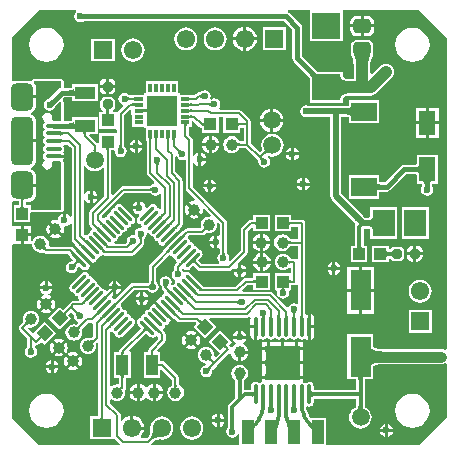
<source format=gtl>
%FSTAX23Y23*%
%MOIN*%
%SFA1B1*%

%IPPOS*%
%AMD18*
4,1,4,0.000000,0.027700,-0.027700,0.000000,0.000000,-0.027700,0.027700,0.000000,0.000000,0.027700,0.0*
%
%AMD24*
4,1,4,0.027700,0.000000,0.000000,0.027700,-0.027700,0.000000,0.000000,-0.027700,0.027700,0.000000,0.0*
%
%AMD28*
4,1,8,0.017700,0.023600,-0.017700,0.023600,-0.029500,0.011800,-0.029500,-0.011800,-0.017700,-0.023600,0.017700,-0.023600,0.029500,-0.011800,0.029500,0.011800,0.017700,0.023600,0.0*
1,1,0.023620,0.017700,0.011800*
1,1,0.023620,-0.017700,0.011800*
1,1,0.023620,-0.017700,-0.011800*
1,1,0.023620,0.017700,-0.011800*
%
%AMD31*
4,1,8,-0.015700,0.007900,-0.015700,-0.007900,-0.007900,-0.015700,0.007900,-0.015700,0.015700,-0.007900,0.015700,0.007900,0.007900,0.015700,-0.007900,0.015700,-0.015700,0.007900,0.0*
1,1,0.015740,-0.007900,0.007900*
1,1,0.015740,-0.007900,-0.007900*
1,1,0.015740,0.007900,-0.007900*
1,1,0.015740,0.007900,0.007900*
%
%AMD32*
4,1,8,-0.007900,-0.015700,0.007900,-0.015700,0.015700,-0.007900,0.015700,0.007900,0.007900,0.015700,-0.007900,0.015700,-0.015700,0.007900,-0.015700,-0.007900,-0.007900,-0.015700,0.0*
1,1,0.015740,-0.007900,-0.007900*
1,1,0.015740,0.007900,-0.007900*
1,1,0.015740,0.007900,0.007900*
1,1,0.015740,-0.007900,0.007900*
%
%AMD33*
4,1,8,-0.037400,0.026600,-0.037400,-0.026600,-0.018700,-0.045300,0.018700,-0.045300,0.037400,-0.026600,0.037400,0.026600,0.018700,0.045300,-0.018700,0.045300,-0.037400,0.026600,0.0*
1,1,0.037400,-0.018700,0.026600*
1,1,0.037400,-0.018700,-0.026600*
1,1,0.037400,0.018700,-0.026600*
1,1,0.037400,0.018700,0.026600*
%
%AMD34*
4,1,8,-0.037400,0.062000,-0.037400,-0.062000,-0.018700,-0.080700,0.018700,-0.080700,0.037400,-0.062000,0.037400,0.062000,0.018700,0.080700,-0.018700,0.080700,-0.037400,0.062000,0.0*
1,1,0.037400,-0.018700,0.062000*
1,1,0.037400,-0.018700,-0.062000*
1,1,0.037400,0.018700,-0.062000*
1,1,0.037400,0.018700,0.062000*
%
%AMD36*
4,1,4,-0.023600,-0.015300,-0.015300,-0.023600,0.023600,0.015300,0.015300,0.023600,-0.023600,-0.015300,0.0*
1,1,0.011810,-0.019400,-0.019400*
1,1,0.011810,0.019400,0.019400*
%
%AMD37*
4,1,4,0.015300,-0.023600,0.023600,-0.015300,-0.015300,0.023600,-0.023600,0.015300,0.015300,-0.023600,0.0*
1,1,0.011810,0.019400,-0.019400*
1,1,0.011810,-0.019400,0.019400*
%
%ADD10C,0.011810*%
%ADD11R,0.039370X0.078740*%
%ADD12R,0.070870X0.137800*%
%ADD13O,0.013780X0.066930*%
%ADD14R,0.118110X0.118110*%
%ADD15C,0.039370*%
%ADD16C,0.059060*%
%ADD17R,0.070870X0.039370*%
G04~CAMADD=18~10~0.0~393.7~0.0~0.0~0.0~0.0~0~0.0~0.0~0.0~0.0~0~0.0~0.0~0.0~0.0~0~0.0~0.0~0.0~405.0~393.7~0.0*
%ADD18D18*%
%ADD19R,0.098430X0.098430*%
%ADD20R,0.028740X0.011810*%
%ADD21R,0.011810X0.028740*%
%ADD22R,0.086610X0.062990*%
%ADD23R,0.039370X0.039370*%
G04~CAMADD=24~10~0.0~393.7~0.0~0.0~0.0~0.0~0~0.0~0.0~0.0~0.0~0~0.0~0.0~0.0~0.0~0~0.0~0.0~0.0~315.0~393.7~0.0*
%ADD24D24*%
%ADD25R,0.039370X0.070870*%
%ADD26R,0.039370X0.039370*%
%ADD27R,0.094490X0.086610*%
G04~CAMADD=28~8~0.0~0.0~590.6~472.4~118.1~0.0~15~0.0~0.0~0.0~0.0~0~0.0~0.0~0.0~0.0~0~0.0~0.0~0.0~0.0~590.6~472.4*
%ADD28D28*%
%ADD29R,0.055120X0.078740*%
%ADD30R,0.074800X0.089760*%
G04~CAMADD=31~8~0.0~0.0~315.0~315.0~78.7~0.0~15~0.0~0.0~0.0~0.0~0~0.0~0.0~0.0~0.0~0~0.0~0.0~0.0~90.0~314.0~314.0*
%ADD31D31*%
G04~CAMADD=32~8~0.0~0.0~315.0~315.0~78.7~0.0~15~0.0~0.0~0.0~0.0~0~0.0~0.0~0.0~0.0~0~0.0~0.0~0.0~180.0~314.0~314.0*
%ADD32D32*%
G04~CAMADD=33~8~0.0~0.0~905.5~748.0~187.0~0.0~15~0.0~0.0~0.0~0.0~0~0.0~0.0~0.0~0.0~0~0.0~0.0~0.0~90.0~749.0~906.0*
%ADD33D33*%
G04~CAMADD=34~8~0.0~0.0~1614.2~748.0~187.0~0.0~15~0.0~0.0~0.0~0.0~0~0.0~0.0~0.0~0.0~0~0.0~0.0~0.0~90.0~748.0~1614.0*
%ADD34D34*%
%ADD35O,0.053150X0.015750*%
G04~CAMADD=36~3~0.0~0.0~118.1~669.3~0.0~0.0~0~0.0~0.0~0.0~0.0~0~0.0~0.0~0.0~0.0~0~0.0~0.0~0.0~135.0~506.0~506.0*
%ADD36D36*%
G04~CAMADD=37~3~0.0~0.0~118.1~669.3~0.0~0.0~0~0.0~0.0~0.0~0.0~0~0.0~0.0~0.0~0.0~0~0.0~0.0~0.0~225.0~506.0~506.0*
%ADD37D37*%
%ADD38C,0.039370*%
%ADD39C,0.007870*%
%ADD40C,0.035430*%
%ADD41C,0.015750*%
%ADD42C,0.019690*%
%ADD43C,0.013780*%
%ADD44C,0.061020*%
%ADD45R,0.061020X0.061020*%
%ADD46R,0.061020X0.061020*%
%ADD47C,0.023620*%
%LNstepperpcb-1*%
%LPD*%
G36*
X00567Y00466D02*
X00568Y00466D01*
X00568Y00465*
X00568Y00464*
X00569Y00464*
X0057Y00462*
X00572Y0046*
X00573Y00459*
X00568Y00453*
X00567Y00454*
X00563Y00457*
X00562Y00458*
X00561Y00458*
X00561Y00459*
X0056Y00459*
X0056Y00459*
X00567Y00467*
X00567Y00466*
G37*
G36*
X00239Y00469D02*
X0024Y00468D01*
X00241Y00468*
X00242Y00467*
X00243Y00467*
X00244Y00467*
X00245Y00466*
X00246Y00466*
X00247Y00466*
X00249Y00466*
X00237Y00454*
X00237Y00456*
X00237Y00457*
X00237Y00458*
X00236Y00459*
X00236Y0046*
X00236Y00461*
X00235Y00462*
X00234Y00463*
X00234Y00464*
X00233Y00464*
X00239Y0047*
X00239Y00469*
G37*
G36*
X00494Y00333D02*
X00494Y00331D01*
X00494Y0033*
X00494Y00329*
X00495Y00328*
X00495Y00327*
X00496Y00327*
X00496Y00326*
X00497Y00326*
X00498Y00326*
X00482*
X00483Y00326*
X00483Y00326*
X00484Y00327*
X00484Y00327*
X00485Y00328*
X00485Y00329*
X00485Y0033*
X00486Y00331*
X00486Y00333*
X00486Y00334*
X00494*
X00494Y00333*
G37*
G36*
X00395Y00332D02*
X00395Y00329D01*
X00396Y00329*
X00396Y00328*
X00396Y00327*
X00397Y00327*
X00397Y00326*
X00398Y00326*
X00398Y00326*
X00384*
X00385Y00326*
X00385Y00326*
X00386Y00327*
X00386Y00327*
X00387Y00328*
X00387Y00329*
X00387Y00329*
X00387Y00331*
X00387Y00332*
X00387Y00333*
X00395*
X00395Y00332*
G37*
G36*
X0058Y00609D02*
X0058Y00608D01*
X00581Y00607*
X00581Y00606*
X00581Y00605*
X00582Y00604*
X00582Y00603*
X00583Y00602*
X00584Y00601*
X00585Y006*
X00568*
X00569Y00601*
X0057Y00602*
X0057Y00603*
X00571Y00604*
X00571Y00605*
X00572Y00606*
X00572Y00607*
X00572Y00608*
X00572Y00609*
X00572Y0061*
X0058*
X0058Y00609*
G37*
G36*
X00204Y00462D02*
X00203Y00461D01*
X00202Y0046*
X00202Y00459*
X00201Y00458*
X00201Y00458*
X002Y00457*
X002Y00456*
X00201Y00455*
X00201Y00455*
X00201Y00454*
X0019Y00465*
X00191Y00465*
X00191Y00464*
X00192Y00464*
X00193Y00464*
X00194Y00464*
X00195Y00465*
X00196Y00465*
X00197Y00466*
X00198Y00467*
X00199Y00468*
X00204Y00462*
G37*
G36*
X00493Y00867D02*
X00492Y00868D01*
X00491Y00869*
X0049Y00869*
X00489Y0087*
X00488Y0087*
X00487Y00871*
X00486Y00871*
X00485Y00871*
X00484Y00872*
X00483Y00872*
Y00879*
X00484Y00879*
X00485Y0088*
X00486Y0088*
X00487Y0088*
X00488Y00881*
X00489Y00881*
X0049Y00882*
X00491Y00882*
X00492Y00883*
X00493Y00884*
Y00867*
G37*
G36*
X00971Y00468D02*
X0097Y00467D01*
X00969Y00466*
X00969Y00465*
X00968Y00464*
X00968Y00463*
X00967Y00462*
X00967Y00461*
X00967Y0046*
X00967Y00459*
X00959*
X00959Y0046*
X00959Y00461*
X00959Y00462*
X00958Y00463*
X00958Y00464*
X00958Y00465*
X00957Y00466*
X00956Y00467*
X00956Y00468*
X00955Y00468*
X00971*
X00971Y00468*
G37*
G36*
X00064Y00844D02*
X00063Y00844D01*
X00062Y00843*
X00062Y00843*
X00062Y00842*
X00061Y00841*
X00061Y0084*
X00061Y00839*
X00061Y00838*
X00061Y00836*
X00053*
X00053Y00838*
X00052Y00839*
X00052Y0084*
X00052Y00841*
X00052Y00842*
X00051Y00843*
X00051Y00843*
X0005Y00844*
X00049Y00844*
X00049Y00844*
X00064*
X00064Y00844*
G37*
G36*
X00595Y00629D02*
X00594Y00629D01*
X00593Y00629*
X00593Y00628*
X00592Y00628*
X00591Y00627*
X0059Y00626*
X00588Y00624*
X00587Y00623*
X00581Y00629*
X00582Y0063*
X00585Y00633*
X00586Y00634*
X00586Y00635*
X00587Y00636*
X00587Y00636*
X00587Y00637*
X00595Y00629*
G37*
G36*
X00484Y00863D02*
X00485Y00863D01*
X00485Y00863*
X00486Y00863*
X00486Y00863*
X00486Y00862*
X00487Y00862*
X00487Y00861*
X00494Y00857*
X00501Y00855*
X00509Y00857*
X00516Y00861*
X00516Y00862*
X00521Y0086*
Y0081*
X00517Y00809*
X00516Y00809*
X00511Y00812*
X00506Y00813*
X00505Y00818*
X00502Y00823*
X00498Y00826*
X00492Y00827*
X00487Y00826*
X00482Y00823*
X00473Y00813*
X00468Y00816*
X00467Y00823*
X00462Y0083*
X00455Y00835*
X00451Y00836*
Y00814*
X00446*
Y00809*
X00425*
X00426Y00806*
X00431Y00799*
X00438Y00794*
X00445Y00792*
X00447Y00788*
X00443Y00784*
X0044Y00779*
X00439Y00774*
X0044Y00768*
X00443Y00764*
X00448Y00761*
X00453Y0076*
X00454Y00754*
X00455Y00752*
X00452Y00748*
X00452Y00748*
X00445Y00746*
X00438Y00742*
X00434Y00736*
X00432Y00728*
X00432Y00727*
X00429Y00724*
X00427Y00724*
X00419Y00723*
X00412Y00718*
X00408Y00712*
X00407Y00704*
X00407Y00703*
X00407Y00703*
X00407Y00702*
X00407Y00702*
X00406Y00701*
X00406Y00701*
X00406Y00701*
X00406Y007*
X004Y00695*
X00366*
X00364Y00699*
X00365Y00704*
X0037Y00705*
X00374Y00708*
X00377Y00713*
X00378Y00718*
X00383Y00719*
X00388Y00722*
X00391Y00727*
X00392Y00732*
X00397Y00733*
X00402Y00736*
X00405Y0074*
X00406Y00746*
X00411Y00747*
X00416Y0075*
X00419Y00754*
X0042Y0076*
X00425Y00761*
X0043Y00764*
X00433Y00768*
X00434Y00774*
X00433Y00779*
X0043Y00784*
X00391Y00823*
X00386Y00826*
X00381Y00827*
X00375Y00826*
X00371Y00823*
X00368Y00818*
X00367Y00813*
X00362Y00812*
X00357Y00809*
X00354Y00804*
X00353Y00799*
X00348Y00798*
X00343Y00795*
X0034Y0079*
X00339Y00785*
X00334Y00784*
X00329Y00781*
X00323Y0078*
X00322Y00781*
X00322Y00787*
X00398Y00863*
X00484*
X00484Y00863*
G37*
G36*
X00945Y0064D02*
X00946Y0064D01*
X00946Y00639*
X00947Y00639*
X00948Y00638*
X00949Y00638*
X0095Y00638*
X00951Y00637*
X00952Y00637*
X00954Y00637*
Y00629*
X00952Y00629*
X00951Y00629*
X0095Y00629*
X00949Y00629*
X00948Y00628*
X00947Y00628*
X00946Y00627*
X00946Y00627*
X00945Y00626*
X00945Y00625*
Y00641*
X00945Y0064*
G37*
G36*
X00531Y00791D02*
X0053Y0079D01*
X00527Y00786*
X00527Y00785*
X00526Y00784*
X00526Y00784*
X00526Y00783*
X00525Y00783*
X00518Y0079*
X00518Y0079*
X00519Y00791*
X0052Y00791*
X0052Y00791*
X00521Y00792*
X00523Y00793*
X00525Y00795*
X00526Y00796*
X00531Y00791*
G37*
G36*
X00272Y00947D02*
X0028Y00941D01*
X00289Y00937*
X00299Y00936*
X00308Y00937*
X00318Y00941*
X00325Y00947*
X00328Y00946*
X0033Y00946*
Y00852*
X00284Y00806*
X00282Y00802*
X00281Y00797*
Y00761*
X00282Y00757*
X00284Y00753*
X00291Y00747*
X0029Y00741*
X00287Y00739*
X00284Y00734*
X00283Y00729*
X00278Y00728*
X00273Y00725*
X00272Y00723*
X00266Y00722*
X00262Y00726*
Y00839*
X00266Y00841*
X00267Y00841*
X00271Y00834*
X00278Y00829*
X00282Y00829*
Y0085*
Y00871*
X00278Y0087*
X00271Y00866*
X00267Y00859*
X00266Y00859*
X00262Y00861*
Y00953*
X00264Y00954*
X00267Y00954*
X00272Y00947*
G37*
G36*
X00313Y00459D02*
X00313Y00459D01*
X00312Y00459*
X00312Y00458*
X00311Y00458*
X0031Y00457*
X00308Y00456*
X00306Y00454*
X00305Y00453*
X003Y00459*
X00301Y0046*
X00304Y00464*
X00305Y00464*
X00305Y00465*
X00305Y00466*
X00306Y00466*
X00306Y00467*
X00313Y00459*
G37*
G36*
X00061Y00821D02*
X00061Y00819D01*
X00061Y00818*
X00061Y00817*
X00062Y00816*
X00062Y00816*
X00062Y00815*
X00063Y00815*
X00064Y00814*
X00064Y00814*
X00049*
X00049Y00814*
X0005Y00815*
X00051Y00815*
X00051Y00816*
X00052Y00816*
X00052Y00817*
X00052Y00818*
X00052Y00819*
X00053Y00821*
X00053Y00822*
X00061*
X00061Y00821*
G37*
G36*
X00993Y00455D02*
X00993Y00453D01*
X00993Y00452*
X00993Y0045*
X00994Y00449*
X00994Y00448*
X00995Y00447*
X00995Y00446*
X00982*
X00983Y00447*
X00983Y00448*
X00984Y00449*
X00984Y0045*
X00984Y00451*
X00984Y00452*
X00985Y00454*
X00985Y00455*
X00985Y00457*
X00993*
X00993Y00455*
G37*
G36*
X01195Y0025D02*
X01194Y00249D01*
X01193Y00249*
X01193Y00248*
X01192Y00247*
X01191Y00245*
X01191Y00244*
X01191Y00242*
X01191Y0024*
X0119Y00238*
X01179*
X01179Y0024*
X01178Y00242*
X01178Y00244*
X01178Y00245*
X01177Y00247*
X01177Y00248*
X01176Y00249*
X01175Y00249*
X01174Y0025*
X01173Y0025*
X01196*
X01195Y0025*
G37*
G36*
X00793Y00245D02*
X00792Y00244D01*
X00791Y00243*
X0079Y00242*
X00789Y0024*
X00789Y00239*
X00788Y00237*
X00788Y00235*
X00788Y00233*
X00788Y00231*
X00776*
X00776Y00233*
X00776Y00235*
X00775Y00237*
X00775Y00239*
X00774Y0024*
X00774Y00242*
X00773Y00243*
X00772Y00244*
X00771Y00245*
X0077Y00246*
X00794*
X00793Y00245*
G37*
G36*
X00421Y01139D02*
Y01122D01*
X00424*
Y01085*
X00464*
Y01079*
X0047*
Y01046*
X0047Y01046*
X0047Y01046*
Y01038*
X00472*
Y00931*
X00473Y00926*
X00475Y00922*
X00497Y009*
X00496Y00894*
X00494Y00894*
X00487Y0089*
X00487Y00889*
X00486Y00889*
X00486Y00888*
X00486Y00888*
X00485Y00888*
X00485Y00888*
X00484Y00888*
X00484Y00888*
X00393*
X00389Y00887*
X00385Y00884*
X00359Y00858*
X00354Y0086*
Y01007*
X00362*
X00365Y01004*
X00365Y01003*
X00367Y00996*
X00371Y00989*
X00378Y00985*
X00385Y00983*
X00393Y00985*
X004Y00989*
X00404Y00996*
X00405Y01003*
X00404Y01011*
X004Y01018*
X00399Y01018*
X00398Y01019*
X00398Y01019*
X00398Y01019*
X00398Y0102*
X00398Y0102*
X00397Y0102*
X00397Y01021*
Y01122*
X00416Y01141*
X00421Y01139*
G37*
G36*
X00581Y01009D02*
X00582Y01008D01*
X00582Y01007*
X00583Y01007*
X00584Y01006*
X00585Y01006*
X00586Y01006*
X00588Y01006*
X00589Y01005*
X0059Y01005*
X00578Y00994*
X00578Y00995*
X00578Y00996*
X00578Y00997*
X00578Y00998*
X00577Y00999*
X00577Y01*
X00576Y01001*
X00576Y01002*
X00575Y01003*
X00574Y01004*
X0058Y01009*
X00581Y01009*
G37*
G36*
X00394Y00213D02*
X00393Y00212D01*
X00392Y0021*
X00391Y0021*
X00391Y00209*
X00391Y00209*
X00391Y00209*
X00391Y00208*
X00391Y00208*
X00383Y00216*
X00383Y00215*
X00384*
X00384Y00216*
X00385Y00216*
X00385Y00216*
X00386Y00216*
X00386Y00217*
X00388Y00218*
X00388Y00219*
X00394Y00213*
G37*
G36*
X00496Y00568D02*
X00496Y00567D01*
X00496Y00566*
X00496Y00565*
X00497Y00564*
X00497Y00563*
X00498Y00562*
X00498Y00561*
X00499Y0056*
X005Y00559*
X00483*
X00484Y0056*
X00485Y00561*
X00486Y00562*
X00486Y00563*
X00487Y00564*
X00487Y00565*
X00487Y00566*
X00488Y00567*
X00488Y00568*
X00488Y00569*
X00496*
X00496Y00568*
G37*
G36*
X00877Y00997D02*
X00876Y00998D01*
X00875Y00998*
X00874Y00998*
X00874Y00998*
X00873Y00998*
X00872Y00997*
X00871Y00997*
X0087Y00996*
X00869Y00995*
X00868Y00994*
X00862Y01*
X00863Y01001*
X00864Y01002*
X00865Y01003*
X00865Y01004*
X00866Y01005*
X00866Y01005*
X00866Y01006*
X00866Y01007*
X00866Y01008*
X00866Y01009*
X00877Y00997*
G37*
G36*
X00572Y00224D02*
X00572Y00223D01*
X00573Y00222*
X00573Y0022*
X00573Y0022*
X00574Y00219*
X00574Y00218*
X00575Y00217*
X00576Y00217*
X00576Y00216*
X00561*
X00561Y00217*
X00562Y00217*
X00563Y00218*
X00563Y00219*
X00563Y0022*
X00564Y0022*
X00564Y00222*
X00564Y00223*
X00564Y00224*
X00564Y00225*
X00572*
X00572Y00224*
G37*
G36*
X00398Y00256D02*
X00398Y00255D01*
X00397Y00255*
X00397Y00254*
X00396Y00254*
X00396Y00253*
X00396Y00252*
X00395Y00251*
X00395Y00249*
X00395Y00248*
X00387*
X00387Y00249*
X00387Y00251*
X00387Y00252*
X00387Y00253*
X00386Y00254*
X00386Y00254*
X00385Y00255*
X00385Y00255*
X00384Y00256*
X00383Y00256*
X00399*
X00398Y00256*
G37*
G36*
X00581Y0048D02*
X00582Y0048D01*
X00582Y00479*
X00582Y00478*
X00583Y00477*
X00584Y00476*
X00586Y00474*
X00587Y00473*
X00582Y00467*
X0058Y00468*
X00577Y00471*
X00576Y00472*
X00575Y00472*
X00575Y00473*
X00574Y00473*
X00573Y00473*
X00581Y00481*
X00581Y0048*
G37*
G36*
X00515Y00963D02*
X00514Y00962D01*
X00513Y00961*
X00513Y0096*
X00512Y00959*
X00512Y00958*
X00512Y00957*
X00511Y00956*
X00511Y00955*
X00511Y00954*
X00503*
X00503Y00955*
X00503Y00956*
X00503Y00957*
X00503Y00958*
X00502Y00959*
X00502Y0096*
X00501Y00961*
X00501Y00962*
X005Y00963*
X00499Y00964*
X00516*
X00515Y00963*
G37*
G36*
X00509Y00298D02*
X00509Y00297D01*
X0051Y00297*
X0051Y00296*
X00511Y00296*
X00512Y00295*
X00513Y00295*
X00514Y00295*
X00516Y00295*
X00517Y00295*
Y00287*
X00516Y00287*
X00514Y00287*
X00513Y00287*
X00512Y00286*
X00511Y00286*
X0051Y00285*
X0051Y00285*
X00509Y00284*
X00509Y00284*
X00509Y00283*
Y00299*
X00509Y00298*
G37*
G36*
X0122Y0035D02*
X01221Y00347D01*
X01223Y00345*
X01225Y00342*
X01229Y00341*
X01233Y00339*
X01237Y00338*
X01242Y00337*
X01249Y00336*
X01255Y00336*
Y00301*
X01249Y00301*
X01242Y003*
X01237Y00299*
X01233Y00298*
X01229Y00296*
X01225Y00294*
X01223Y00292*
X01221Y00289*
X0122Y00286*
X0122Y00283*
Y00354*
X0122Y0035*
G37*
G36*
X00946Y00576D02*
X00947Y00575D01*
X00947Y00574*
X00947Y00574*
X00948Y00573*
X00949Y00573*
X0095Y00573*
X00951Y00572*
X00953Y00572*
X00954Y00572*
Y00564*
X00953Y00564*
X00951Y00564*
X0095Y00564*
X00949Y00564*
X00948Y00563*
X00947Y00563*
X00947Y00563*
X00947Y00562*
X00946Y00561*
X00946Y00561*
Y00576*
X00946Y00576*
G37*
G36*
X00836Y00561D02*
X00836Y00561D01*
X00836Y00562*
X00836Y00563*
X00835Y00563*
X00834Y00563*
X00833Y00564*
X00832Y00564*
X00831Y00564*
X0083Y00564*
X00828Y00564*
Y00572*
X0083Y00572*
X00831Y00572*
X00832Y00573*
X00833Y00573*
X00834Y00573*
X00835Y00574*
X00836Y00574*
X00836Y00575*
X00836Y00576*
X00836Y00576*
Y00561*
G37*
G36*
X01196Y00304D02*
X01195Y00302D01*
X01194Y003*
X01193Y00296*
X01192Y00293*
X01192Y00288*
X01191Y00278*
X0119Y00266*
X01179*
X01179Y00273*
X01177Y00293*
X01176Y00296*
X01175Y003*
X01174Y00302*
X01173Y00304*
X01172Y00306*
X01197*
X01196Y00304*
G37*
G36*
X00854Y00983D02*
X00855Y00982D01*
X00856Y00982*
X00857Y00981*
X00858Y00981*
X00859Y0098*
X0086Y0098*
X00861Y0098*
X00862Y0098*
X00864Y0098*
X00852Y00968*
X00852Y00969*
X00852Y0097*
X00852Y00972*
X00851Y00973*
X00851Y00974*
X00851Y00975*
X0085Y00976*
X00849Y00976*
X00849Y00977*
X00848Y00978*
X00854Y00984*
X00854Y00983*
G37*
G36*
X00265Y00712D02*
X00268Y00708D01*
X00269Y00708*
X0027Y00707*
X00271Y00707*
X00271Y00707*
X00272Y00707*
X00264Y00699*
X00264Y007*
X00264Y007*
X00263Y00701*
X00263Y00702*
X00262Y00702*
X00261Y00704*
X00259Y00706*
X00258Y00707*
X00264Y00713*
X00265Y00712*
G37*
G36*
X00732Y00664D02*
X00732Y00663D01*
X00732Y00662*
X00732Y00661*
X00733Y0066*
X00733Y00659*
X00734Y00658*
X00735Y00657*
X00735Y00656*
X00736Y00656*
X0072*
X0072Y00656*
X00721Y00657*
X00722Y00658*
X00722Y00659*
X00723Y0066*
X00723Y00661*
X00724Y00662*
X00724Y00663*
X00724Y00664*
X00724Y00665*
X00732*
X00732Y00664*
G37*
G36*
X00427Y00692D02*
X00425Y00692D01*
X00424Y00692*
X00423Y00692*
X00422Y00692*
X00421Y00691*
X0042Y00691*
X00419Y00691*
X00418Y0069*
X00417Y00689*
X00417Y00689*
X00411Y00694*
X00412Y00695*
X00412Y00696*
X00413Y00697*
X00413Y00698*
X00414Y00699*
X00414Y007*
X00415Y00701*
X00415Y00702*
X00415Y00703*
X00415Y00704*
X00427Y00692*
G37*
G36*
X00943Y00705D02*
X00944Y00705D01*
X00944Y00704*
X00945Y00704*
X00946Y00703*
X00947Y00703*
X00948Y00703*
X00949Y00702*
X0095Y00702*
X00952Y00702*
Y00694*
X0095Y00694*
X00949Y00694*
X00948Y00694*
X00947Y00694*
X00946Y00693*
X00945Y00693*
X00944Y00692*
X00944Y00692*
X00943Y00691*
X00943Y0069*
Y00706*
X00943Y00705*
G37*
G36*
X00865Y00457D02*
X00869D01*
X00868Y00456*
X00867Y00455*
X00867Y00454*
X00866Y00453*
X00866Y00452*
X00865Y00451*
X00865Y00451*
X00866Y0045*
X00866Y00449*
X00866Y00448*
X00867Y00447*
X00867Y00446*
X00854*
X00855Y00447*
X00855Y00448*
X00856Y00449*
X00856Y0045*
X00856Y00451*
X00856Y00451*
X00856Y00451*
X00856Y00452*
X00855Y00453*
X00855Y00454*
X00854Y00455*
X00853Y00456*
X00852Y00457*
X00857*
Y00457*
X00865*
Y00457*
G37*
G36*
X0046Y00719D02*
X00459Y00718D01*
X00458Y00717*
X00458Y00716*
X00457Y00715*
X00457Y00714*
X00457Y00713*
X00456Y00712*
X00456Y00711*
X00456Y0071*
X00448*
X00448Y00711*
X00448Y00712*
X00448Y00713*
X00448Y00714*
X00447Y00715*
X00447Y00716*
X00446Y00717*
X00446Y00718*
X00445Y00719*
X00444Y00719*
X00461*
X0046Y00719*
G37*
G36*
X00652Y00439D02*
X00653Y00439D01*
X00654Y00438*
X00655Y00437*
X00656Y00437*
X00656Y00437*
X00657Y00437*
X00658Y00437*
X00659Y00437*
X00659Y00438*
X00648Y00427*
X00648Y00427*
X00649Y00428*
X00649Y00428*
X00649Y00429*
X00649Y0043*
X00648Y00431*
X00648Y00432*
X00647Y00433*
X00646Y00434*
X00645Y00435*
X00651Y0044*
X00652Y00439*
G37*
G36*
X00327Y00445D02*
X00327Y00445D01*
X00326Y00445*
X00326Y00445*
X00325Y00444*
X00324Y00444*
X00322Y00442*
X0032Y0044*
X00319Y00439*
X00314Y00445*
X00315Y00446*
X00318Y0045*
X00318Y0045*
X00319Y00451*
X00319Y00452*
X0032Y00452*
X0032Y00453*
X00327Y00445*
G37*
G36*
X00251Y00698D02*
X00254Y00695D01*
X00255Y00694*
X00256Y00694*
X00257Y00693*
X00257Y00693*
X00258Y00693*
X0025Y00685*
X0025Y00686*
X0025Y00686*
X00249Y00687*
X00249Y00688*
X00248Y00688*
X00247Y0069*
X00245Y00692*
X00244Y00693*
X0025Y00699*
X00251Y00698*
G37*
G36*
X00355Y00417D02*
X00355Y00417D01*
X00354Y00417*
X00353Y00417*
X00353Y00416*
X00352Y00416*
X0035Y00414*
X00348Y00413*
X00347Y00411*
X00342Y00417*
X00343Y00418*
X00346Y00422*
X00346Y00423*
X00347Y00423*
X00347Y00424*
X00347Y00425*
X00348Y00425*
X00355Y00417*
G37*
G36*
X00474Y00405D02*
X00474Y00405D01*
X00473Y00406*
X00472Y00406*
X00471Y00406*
X00471Y00406*
X0047Y00405*
X00469Y00405*
X00468Y00404*
X00467Y00403*
X00466Y00402*
X0046Y00408*
X00461Y00409*
X00462Y0041*
X00463Y00411*
X00463Y00412*
X00464Y00413*
X00464Y00413*
X00464Y00414*
X00464Y00415*
X00464Y00415*
X00463Y00416*
X00474Y00405*
G37*
G36*
X00553Y00671D02*
X00552Y00671D01*
X00552Y0067*
X00551Y0067*
X0055Y0067*
X0055Y00669*
X00548Y00668*
X00546Y00666*
X00545Y00665*
X00539Y0067*
X0054Y00671*
X00543Y00675*
X00544Y00676*
X00544Y00677*
X00545Y00677*
X00545Y00678*
X00545Y00678*
X00553Y00671*
G37*
G36*
X00251Y00415D02*
X0025Y00414D01*
X00249Y00413*
X00249Y00412*
X00248Y00411*
X00248Y0041*
X00247Y00409*
X00247Y00408*
X00247Y00407*
X00247Y00407*
X00248Y00406*
X00236Y00417*
X00237Y00417*
X00238Y00417*
X00239Y00417*
X0024Y00417*
X00241Y00417*
X00242Y00417*
X00243Y00418*
X00244Y00419*
X00245Y0042*
X00246Y00421*
X00251Y00415*
G37*
G36*
X00342Y00691D02*
X00342Y00691D01*
X00342Y0069*
X00342Y0069*
X00343Y00689*
X00344Y00688*
X00347Y00685*
X00341Y0068*
X0034Y00681*
X00336Y00684*
X00336Y00685*
X00335Y00685*
X00335Y00685*
X00342Y00691*
X00342Y00691*
G37*
G36*
X00341Y00431D02*
X00341Y00431D01*
X0034Y00431*
X00339Y00431*
X00339Y0043*
X00338Y0043*
X00336Y00428*
X00334Y00426*
X00333Y00425*
X00328Y00431*
X00329Y00432*
X00332Y00436*
X00332Y00436*
X00333Y00437*
X00333Y00438*
X00333Y00438*
X00334Y00439*
X00341Y00431*
G37*
G36*
X00328Y00678D02*
X00328Y00677D01*
X00329Y00677*
X00329Y00676*
X0033Y00675*
X00331Y00673*
X00333Y00671*
X00334Y0067*
X00328Y00665*
X00327Y00666*
X00323Y00669*
X00323Y0067*
X00322Y0067*
X00321Y0067*
X00321Y00671*
X0032Y00671*
X00328Y00678*
X00328Y00678*
G37*
G36*
X00512Y00411D02*
X00512Y0041D01*
X00512Y00409*
X00513Y00409*
X00513Y00408*
X00515Y00406*
X00516Y00404*
X00518Y00403*
X00512Y00398*
X00511Y00399*
X00507Y00402*
X00506Y00402*
X00506Y00403*
X00505Y00403*
X00504Y00403*
X00504Y00404*
X00512Y00411*
X00512Y00411*
G37*
G36*
X0032Y00767D02*
X00324Y00764D01*
X00325Y00764*
X00326Y00763*
X00326Y00763*
X00327Y00763*
X00327Y00762*
X0032Y00755*
X0032Y00755*
X00319Y00756*
X00319Y00757*
X00318Y00757*
X00318Y00758*
X00317Y0076*
X00315Y00762*
X00314Y00763*
X00319Y00768*
X0032Y00767*
G37*
G36*
X00559Y00763D02*
X00558Y00762D01*
X00555Y00758*
X00555Y00757*
X00554Y00757*
X00554Y00756*
X00553Y00755*
X00553Y00755*
X00546Y00762*
X00546Y00763*
X00547Y00763*
X00547Y00763*
X00548Y00764*
X00549Y00764*
X00551Y00766*
X00553Y00767*
X00554Y00768*
X00559Y00763*
G37*
G36*
X00967Y00455D02*
X00967Y00453D01*
X00967Y00452*
X00968Y0045*
X00968Y00449*
X00969Y00448*
X00969Y00447*
X00969Y00446*
X00957*
X00957Y00447*
X00958Y00448*
X00958Y00449*
X00958Y0045*
X00959Y00451*
X00959Y00452*
X00959Y00454*
X00959Y00455*
X00959Y00457*
X00967*
X00967Y00455*
G37*
G36*
X00635Y00641D02*
X00635Y0064D01*
X00635Y0064*
X00635Y00639*
X00635Y00638*
X00635Y00637*
X00636Y00636*
X00636Y00635*
X00637Y00634*
X00638Y00633*
X00633Y00628*
X00632Y00629*
X00631Y00629*
X0063Y0063*
X00629Y00631*
X00628Y00631*
X00627Y00631*
X00626Y00631*
X00626Y00631*
X00625Y00631*
X00624Y0063*
X00635Y00642*
X00635Y00641*
G37*
G36*
X00222Y01012D02*
Y00786D01*
X00217Y00785*
X00214Y00789*
X00207Y00794*
X00203Y00794*
Y00773*
X00193*
Y00794*
X0019Y00794*
X00183Y00789*
X00178Y00782*
X00177Y00777*
X00176Y00773*
X00171Y00773*
X00168Y00773*
X00161Y00772*
X00153Y00769*
X00151Y00767*
X00172Y00747*
X00193Y00726*
X00194Y00728*
X00197Y00735*
X00198Y00743*
X00198Y00746*
X00198Y00751*
X00202Y00752*
X00207Y00753*
X00214Y00757*
X00217Y00761*
X00222Y0076*
Y00709*
X00223Y00705*
X00225Y00701*
X00233Y00693*
X00233Y00689*
X00265Y00657*
X00295Y00627*
X00296Y00628*
X00297Y00634*
X00297Y00635*
X003Y00635*
X00304Y00638*
X00308Y00643*
X00309Y00648*
X00314Y00649*
X00318Y00652*
X0032Y00655*
X0032Y00655*
X00326Y00656*
X00326Y00656*
X00327Y00656*
X00332Y00655*
X00423*
X00427Y00656*
X00431Y00658*
X00461Y00688*
X00463Y00692*
X00464Y00696*
Y00711*
X00464Y00711*
X00464Y00711*
X00465Y00712*
X00465Y00712*
X00465Y00712*
X00465Y00713*
X00466Y00713*
X00466Y00714*
X00471Y0072*
X00472Y00728*
X00472Y00729*
X00474Y00731*
X00476Y00733*
X00481Y00731*
X00482Y00727*
X00485Y00722*
X0049Y00719*
X00495Y00718*
X00496Y00713*
X00499Y00708*
X00504Y00705*
X00509Y00704*
X0051Y00699*
X00513Y00694*
X00517Y00691*
X00521Y0069*
X00521Y0069*
X00522Y00684*
X00522Y00683*
X00553Y00713*
X00585Y00745*
X00584Y00748*
X00589Y00753*
X00591Y00757*
X00592Y00761*
Y00903*
X00591Y00908*
X00589Y00912*
X00567Y00934*
Y00984*
X00571Y00986*
X00572Y00986*
X00576Y00979*
X00582Y00975*
X0059Y00974*
X00597Y00975*
X00602Y00972*
Y00879*
X00603Y00875*
X00605Y00871*
X00634Y00843*
X00631Y00838*
X0063Y00838*
X00622Y00837*
X00615Y00834*
X00613Y00832*
X00633Y00812*
X00654Y00791*
X00656Y00793*
X00659Y008*
X0066Y00808*
X0066Y00809*
X00664Y00812*
X00686Y0079*
X00684Y00785*
X0068Y00786*
X00673Y00785*
X00666Y00782*
X0066Y00778*
X00656Y00772*
X00653Y00765*
X00652Y00758*
X00653Y00751*
X00654Y0075*
X00651Y00746*
X00608*
X00604Y00745*
X006Y00742*
X00595Y00738*
X00592Y00738*
X0056Y00706*
X00528Y00674*
X00528Y00671*
X00483Y00626*
X00481Y00622*
X0048Y00617*
Y00568*
X0048Y00568*
X00479Y00567*
X00479Y00567*
X00479Y00567*
X00479Y00566*
X00479Y00566*
X00478Y00565*
X00477Y00565*
X00477Y00564*
X00477Y00564*
X00476Y00563*
X00476Y00563*
X00475Y00563*
X00475Y00563*
X00475Y00563*
X00474Y00563*
X00425*
X00421Y00562*
X00417Y00559*
X00368Y0051*
X00362Y00511*
X0036Y00514*
X00358Y00515*
X00357Y00521*
X00361Y00525*
Y00544*
X00344*
X00345Y00543*
X0034Y00538*
X00334Y00539*
X00332Y00541*
X00328Y00544*
X00322Y00545*
X00321Y00551*
X00318Y00555*
X00314Y00558*
X00309Y00559*
X00308Y00565*
X00304Y00569*
X003Y00572*
X00295Y00573*
X00294Y00579*
X00291Y00583*
X00286Y00586*
X00281Y00587*
X0028Y00593*
X00277Y00597*
X00272Y006*
X00267Y00601*
X00261Y006*
X00257Y00597*
X00218Y00558*
X00215Y00554*
X00214Y00548*
X00215Y00543*
X00218Y00538*
X00222Y00535*
X00228Y00534*
X00229Y00529*
X00232Y00524*
X00236Y00521*
X00242Y0052*
X00243Y00515*
X00246Y0051*
X00248Y00509*
X00248Y00508*
X00247Y00504*
X00228*
X00223Y00503*
X00219Y005*
X0021Y00491*
X00193Y00474*
X00182Y00485*
X00143Y00446*
X00182Y00407*
X00221Y00446*
X0021Y00457*
X0022Y00466*
X00228Y00458*
X00228Y00458*
X00228Y00457*
X00228Y00457*
X00229Y00457*
X00229Y00456*
X00229Y00456*
X00229Y00455*
X00229Y00454*
X0023Y00447*
X00235Y0044*
X00241Y00436*
X00243Y00435*
X00244Y00431*
X00239Y00425*
X00239Y00425*
X00238Y00425*
X00238Y00425*
X00236Y00425*
X00229Y00426*
X00222Y00425*
X00215Y00423*
X0021Y00418*
X00205Y00412*
X00202Y00406*
X00201Y00399*
X00202Y00391*
X00205Y00385*
X0021Y00379*
X00215Y00375*
X00222Y00372*
X00229Y00371*
X00236Y00372*
X00243Y00375*
X00249Y00379*
X00253Y00385*
X00256Y00391*
X00257Y00399*
X00256Y00406*
X00255Y00407*
X00255Y00408*
X00256Y00408*
X00256Y00408*
X00278Y0043*
X00288*
X00289Y0043*
X00293Y00426*
Y00386*
X00286Y0038*
X00286Y0038*
X00286Y00379*
X00285Y00379*
X00284Y0038*
X00277Y00381*
X00269Y0038*
X00263Y00377*
X00257Y00373*
X00252Y00367*
X0025Y0036*
X00249Y00353*
X0025Y00346*
X00252Y00339*
X00257Y00334*
X00263Y00329*
X00269Y00326*
X00277Y00326*
X00284Y00326*
X0029Y00329*
X00296Y00334*
X00301Y00339*
X00303Y00346*
X00304Y00353*
X00303Y0036*
X00303Y00362*
X00303Y00362*
X00303Y00363*
X00303Y00363*
X00306Y00366*
X00311Y00364*
Y00119*
X00284*
Y00042*
X00361*
Y00043*
X00362Y00044*
X00366Y00045*
X00383Y00028*
X00381Y00023*
X00114*
X00023Y00114*
Y00691*
X00027Y00694*
X00028*
X00052*
Y00724*
Y00754*
X00028*
X00027*
X00023Y00757*
Y00835*
X00028Y00838*
X00031Y00837*
X00038Y00836*
X00045*
Y00822*
X00029*
Y00767*
X00084*
Y00797*
X00086Y00799*
X00187*
X0019Y00799*
X00192Y00801*
X00194Y00804*
X00195Y00807*
Y00967*
X00194Y00967*
X00195Y00968*
X00194Y00969*
X00194Y0097*
X00194Y0097*
X00194Y00971*
X00193Y00973*
X00197Y00979*
X00198Y00981*
X00162*
Y00991*
X00198*
X00197Y00993*
X00193Y00999*
X00195Y01004*
X00195Y01005*
X00197Y01011*
X00195Y01017*
X00194Y0102*
Y0102*
X00197Y01025*
X00208*
X00222Y01012*
G37*
G36*
X00545Y00777D02*
X00544Y00776D01*
X00541Y00772*
X00541Y00771*
X0054Y0077*
X0054Y0077*
X0054Y00769*
X00539Y00769*
X00532Y00776*
X00532Y00776*
X00533Y00777*
X00534Y00777*
X00534Y00778*
X00535Y00778*
X00537Y00779*
X00539Y00781*
X0054Y00782*
X00545Y00777*
G37*
G36*
X00836Y00755D02*
X00836Y00756D01*
X00836Y00757*
X00836Y00757*
X00835Y00758*
X00834Y00758*
X00833Y00759*
X00832Y00759*
X00831Y00759*
X0083Y00759*
X00828Y00759*
Y00767*
X0083Y00767*
X00831Y00767*
X00832Y00768*
X00833Y00768*
X00834Y00768*
X00835Y00769*
X00836Y00769*
X00836Y0077*
X00836Y0077*
X00836Y00771*
Y00755*
G37*
G36*
X00946Y0077D02*
X00947Y0077D01*
X00947Y00769*
X00947Y00769*
X00948Y00768*
X00949Y00768*
X0095Y00768*
X00951Y00767*
X00953Y00767*
X00954Y00767*
Y00759*
X00953Y00759*
X00951Y00759*
X0095Y00759*
X00949Y00759*
X00948Y00758*
X00947Y00758*
X00947Y00757*
X00947Y00757*
X00946Y00756*
X00946Y00755*
Y00771*
X00946Y0077*
G37*
G36*
X00573Y00749D02*
X00572Y00748D01*
X00569Y00744*
X00568Y00743*
X00568Y00743*
X00568Y00742*
X00567Y00741*
X00567Y00741*
X0056Y00748*
X0056Y00749*
X00561Y00749*
X00561Y00749*
X00562Y0075*
X00563Y0075*
X00565Y00752*
X00567Y00753*
X00568Y00754*
X00573Y00749*
G37*
G36*
X0089Y00455D02*
X0089Y00453D01*
X00891Y00452*
X00891Y0045*
X00891Y00449*
X00892Y00448*
X00892Y00447*
X00893Y00446*
X0088*
X0088Y00447*
X00881Y00448*
X00881Y00449*
X00882Y0045*
X00882Y00451*
X00882Y00452*
X00882Y00454*
X00882Y00455*
X00882Y00457*
X0089*
X0089Y00455*
G37*
G36*
X00916D02*
X00916Y00453D01*
X00916Y00452*
X00917Y0045*
X00917Y00449*
X00917Y00448*
X00918Y00447*
X00918Y00446*
X00906*
X00906Y00447*
X00906Y00448*
X00907Y00449*
X00907Y0045*
X00907Y00451*
X00908Y00452*
X00908Y00454*
X00908Y00455*
X00908Y00457*
X00916*
X00916Y00455*
G37*
G36*
X00299Y0037D02*
X00298Y00369D01*
X00297Y00368*
X00296Y00367*
X00295Y00366*
X00295Y00365*
X00295Y00364*
X00295Y00363*
X00294Y00362*
X00295Y00361*
X00295Y0036*
X00284Y00372*
X00285Y00371*
X00285Y00371*
X00286Y00371*
X00287Y00371*
X00288Y00372*
X00289Y00372*
X0029Y00373*
X00291Y00373*
X00292Y00374*
X00293Y00375*
X00299Y0037*
G37*
G36*
X00601Y00721D02*
X006Y0072D01*
X00597Y00716*
X00596Y00716*
X00596Y00715*
X00595Y00714*
X00595Y00713*
X00595Y00713*
X00587Y00721*
X00588Y00721*
X00589Y00721*
X00589Y00721*
X0059Y00722*
X00591Y00722*
X00592Y00724*
X00594Y00726*
X00595Y00727*
X00601Y00721*
G37*
G36*
X00673Y0074D02*
X00672Y0074D01*
X00671Y0074*
X0067Y0074*
X00669Y0074*
X00669Y00739*
X00668Y00739*
X00667Y00738*
X00666Y00738*
X00665Y00737*
X00664Y00736*
X00658Y00741*
X00659Y00743*
X0066Y00744*
X00661Y00745*
X00661Y00745*
X00662Y00746*
X00662Y00747*
X00662Y00748*
X00662Y00749*
X00662Y0075*
X00662Y00751*
X00673Y0074*
G37*
G36*
X00306Y00753D02*
X0031Y0075D01*
X00311Y0075*
X00312Y00749*
X00312Y00749*
X00313Y00749*
X00313Y00748*
X00306Y00741*
X00306Y00741*
X00305Y00742*
X00305Y00743*
X00305Y00743*
X00304Y00744*
X00303Y00746*
X00301Y00748*
X003Y00749*
X00305Y00754*
X00306Y00753*
G37*
G36*
X00941Y00455D02*
X00942Y00453D01*
X00942Y00452*
X00942Y0045*
X00943Y00449*
X00943Y00448*
X00943Y00447*
X00944Y00446*
X00931*
X00932Y00447*
X00932Y00448*
X00932Y00449*
X00933Y0045*
X00933Y00451*
X00933Y00452*
X00933Y00454*
X00934Y00455*
X00934Y00457*
X00941*
X00941Y00455*
G37*
G36*
X00716Y0076D02*
Y00723D01*
X00711Y0072*
X00711Y00721*
X00707Y00722*
Y007*
Y00679*
X00711Y0068*
X00711Y0068*
X00716Y00678*
Y00664*
X00716Y00664*
X00716Y00664*
X00715Y00663*
X00715Y00663*
X00715Y00663*
X00715Y00662*
X00715Y00662*
X00714Y00661*
X00709Y00655*
X00708Y00647*
X00709Y00639*
X00714Y00633*
X00714Y00633*
X00713Y00628*
X00655*
X00644Y00639*
X00655Y0065*
X00658Y00654*
X00659Y0066*
X00658Y00665*
X00655Y00669*
X00651Y00672*
X00645Y00674*
X00644Y00679*
X00641Y00683*
X00637Y00686*
X00631Y00687*
X0063Y00693*
X00627Y00697*
X00623Y007*
X00618Y00701*
X00617Y00707*
X00613Y00711*
X00611Y00713*
X0061Y00718*
X00614Y00722*
X00656*
X00661Y00723*
X00664Y00725*
X0067Y00731*
X00671Y00731*
X00671Y00732*
X00671Y00732*
X00673Y00731*
X0068Y0073*
X00687Y00731*
X00694Y00734*
X007Y00738*
X00704Y00744*
X00707Y00751*
X00708Y00758*
X00707Y00762*
X00712Y00764*
X00716Y0076*
G37*
G36*
X00656Y01178D02*
X00656Y01179D01*
X00655Y0118*
X00654Y0118*
X00653Y01181*
X00652Y01181*
X00651Y01182*
X0065Y01182*
X00649Y01182*
X00648Y01183*
X00647Y01183*
Y0119*
X00648Y0119*
X00649Y01191*
X0065Y01191*
X00651Y01191*
X00652Y01192*
X00653Y01192*
X00654Y01193*
X00655Y01193*
X00656Y01194*
X00656Y01195*
Y01178*
G37*
G36*
X0023Y01183D02*
X0023Y01184D01*
X00229Y01185*
X00229Y01187*
X00228Y01188*
X00226Y01188*
X00224Y01189*
X00222Y0119*
X0022Y0119*
X00217Y0119*
X00214Y0119*
Y01206*
X00217Y01206*
X0022Y01207*
X00222Y01207*
X00224Y01207*
X00226Y01208*
X00228Y01209*
X00229Y0121*
X00229Y01211*
X0023Y01213*
X0023Y01214*
Y01183*
G37*
G36*
X00615Y01183D02*
X00615Y01182D01*
X00615Y01182*
X00616Y01182*
X00617Y01182*
X00618Y01181*
X00619Y01181*
X00621Y01181*
X00623Y01181*
Y01173*
X00621Y01173*
X00618Y01173*
X00617Y01173*
X00616Y01173*
X00615Y01172*
X00615Y01172*
X00615Y01172*
X00615Y01171*
Y01183*
X00615Y01183*
G37*
G36*
X01118Y01252D02*
X01119Y01248D01*
X01121Y01245*
X01124Y01243*
X01127Y01241*
X01132Y01239*
X01137Y01237*
X01143Y01237*
X01149Y01236*
X01157Y01236*
Y01196*
X01149Y01196*
X01143Y01196*
X01137Y01195*
X01132Y01193*
X01127Y01191*
X01124Y01189*
X01121Y01187*
X01119Y01184*
X01118Y0118*
X01117Y01177*
Y01255*
X01118Y01252*
G37*
G36*
X0103Y01267D02*
X01036Y01263D01*
X01038Y01261*
X01041Y0126*
X01043Y01259*
X01045Y01258*
X01046Y01258*
X01048Y01259*
X01049Y01259*
X01043Y01255*
X01057Y01242*
X01061Y0124*
X01064Y01238*
X01066Y01237*
X01068Y01236*
X0107Y01236*
X01051Y01216*
X0105Y01218*
X0105Y0122*
X01048Y01223*
X01046Y01226*
X01044Y01229*
X01038Y01237*
X0103Y01245*
X01023Y01241*
X01024Y01242*
X01025Y01243*
X01025Y01245*
X01025Y01247*
X01024Y01249*
X01022Y01251*
X01021Y01254*
X01018Y01257*
X01012Y01263*
X01027Y0127*
X0103Y01267*
G37*
G36*
X01023Y00075D02*
X01023Y00076D01*
X01023Y00077*
X01022Y00077*
X01022Y00078*
X01021Y00079*
X01019Y00082*
X01015Y00086*
X01022Y00095*
X01022Y00095*
X01023Y00095*
X01023Y00095*
X01023Y00095*
X01023Y00095*
X01023Y00095*
X01023Y00096*
X01023Y00096*
X01023Y00096*
X01023Y00097*
Y00075*
G37*
G36*
X00327Y00117D02*
X00327Y00116D01*
X00327Y00114*
X00327Y00113*
X00328Y00112*
X00328Y00112*
X00329Y00111*
X00329Y00111*
X0033Y00111*
X00331Y0011*
X00315*
X00316Y00111*
X00316Y00111*
X00317Y00111*
X00317Y00112*
X00318Y00112*
X00318Y00113*
X00318Y00114*
X00319Y00116*
X00319Y00117*
X00319Y00118*
X00327*
X00327Y00117*
G37*
G36*
X00912Y00094D02*
X0091Y00088D01*
X00907Y00075*
X00907Y00071*
X00906Y00063*
Y0006*
X00906Y00057*
X00907Y00054*
X00897Y00106*
X00897Y00104*
X00898Y00103*
X00899Y00102*
X00899Y00102*
X009Y00103*
X00901Y00105*
X00902Y00107*
X00903Y0011*
X00906Y00117*
X00912Y00094*
G37*
G36*
X00432Y01171D02*
X00431Y01172D01*
X00431Y01172*
X00431Y01172*
X0043Y01173*
X0043Y01173*
X00429Y01173*
X00428Y01173*
X00425Y01173*
X00424Y01173*
Y01181*
X00425Y01181*
X00429Y01181*
X0043Y01182*
X0043Y01182*
X00431Y01182*
X00431Y01182*
X00431Y01183*
X00432Y01183*
Y01171*
G37*
G36*
X00474Y0113D02*
X00474Y01131D01*
X00474Y01131*
X00473Y01132*
X00473Y01133*
X00472Y01133*
X00471Y01133*
X0047Y01134*
X00469Y01134*
X00468Y01134*
X00467Y01134*
X00466*
X00463Y01134*
X00462Y01133*
X00461Y01133*
X00461Y01133*
X0046Y01133*
X0046Y01132*
X0046Y01132*
Y01144*
X0046Y01143*
X0046Y01143*
X00461Y01143*
X00461Y01142*
X00462Y01142*
X00463Y01142*
X00464Y01142*
X00466Y01142*
X00467*
X00468Y01142*
X00469Y01142*
X0047Y01142*
X00471Y01142*
X00472Y01143*
X00473Y01143*
X00473Y01144*
X00474Y01144*
X00474Y01145*
X00474Y01146*
Y0113*
G37*
G36*
X0069Y01151D02*
X00689Y01152D01*
X00688Y01152*
X00687Y01153*
X00686Y01153*
X00685Y01154*
X00684Y01154*
X00683Y01155*
X00682Y01155*
X00681Y01155*
X0068Y01155*
Y01163*
X00681Y01163*
X00682Y01163*
X00683Y01163*
X00684Y01164*
X00685Y01164*
X00686Y01164*
X00687Y01165*
X00688Y01166*
X00689Y01166*
X0069Y01167*
Y01151*
G37*
G36*
X00615Y01143D02*
X00615Y01143D01*
X00615Y01143*
X00616Y01142*
X00617Y01142*
X00618Y01142*
X00619Y01142*
X00621Y01142*
X00623Y01142*
Y01134*
X00621Y01134*
X00618Y01134*
X00617Y01133*
X00616Y01133*
X00615Y01133*
X00615Y01133*
X00615Y01132*
X00615Y01132*
Y01144*
X00615Y01143*
G37*
G36*
X00349Y01143D02*
X00348Y01143D01*
X00348Y01143*
X00347Y01142*
X00347Y01141*
X00347Y0114*
X00346Y01139*
X00346Y01138*
X00346Y01137*
X00346Y01135*
X00338*
X00338Y01137*
X00338Y01138*
X00338Y01139*
X00337Y0114*
X00337Y01141*
X00337Y01142*
X00336Y01143*
X00336Y01143*
X00335Y01143*
X00334Y01143*
X0035*
X00349Y01143*
G37*
G36*
X00166Y01164D02*
X00161Y01158D01*
X00149Y0117*
X00149Y0117*
X0015Y0117*
X0015Y01171*
X00151Y01171*
X00154Y01174*
X00155Y01175*
X00166Y01164*
G37*
G36*
X00408Y01185D02*
X00409Y01184D01*
X0041Y01183*
X00411Y01183*
X00412Y01182*
X00413Y01182*
X00414Y01182*
X00415Y01181*
X00416Y01181*
X00417Y01181*
Y01173*
X00416Y01173*
X00415Y01173*
X00414Y01173*
X00413Y01173*
X00412Y01172*
X00411Y01172*
X0041Y01171*
X00409Y01171*
X00408Y0117*
X00407Y01169*
Y01186*
X00408Y01185*
G37*
G36*
X00432Y01152D02*
X00431Y01152D01*
X00431Y01152*
X00431Y01153*
X0043Y01153*
X0043Y01153*
X00429Y01153*
X00428Y01153*
X00425Y01154*
X00424Y01154*
Y01162*
X00425Y01162*
X00429Y01162*
X0043Y01162*
X0043Y01162*
X00431Y01162*
X00431Y01163*
X00431Y01163*
X00432Y01163*
Y01152*
G37*
G36*
X00615Y01163D02*
X00615Y01163D01*
X00615Y01162*
X00616Y01162*
X00617Y01162*
X00618Y01162*
X00619Y01162*
X00621Y01162*
X00623Y01162*
Y01154*
X00621Y01154*
X00618Y01153*
X00617Y01153*
X00616Y01153*
X00615Y01153*
X00615Y01152*
X00615Y01152*
X00615Y01152*
Y01163*
X00615Y01163*
G37*
G36*
X00828Y00094D02*
X00828Y00094D01*
X00828Y00094*
X00828Y00093*
X00828Y00093*
X00828Y00093*
X00828Y00093*
X00827Y00093*
X00827Y00094*
X00828Y00094*
X00828Y00094*
X00828Y00094*
G37*
G36*
X00763Y00084D02*
X00763Y00082D01*
X00764Y00081*
X00764Y0008*
X00764Y00079*
X00764Y00079*
X00765Y00078*
X00765Y00077*
X00766Y00077*
X00749*
X0075Y00077*
X0075Y00078*
X0075Y00079*
X00751Y00079*
X00751Y0008*
X00751Y00081*
X00751Y00082*
X00751Y00083*
X00751Y00086*
X00763*
X00763Y00084*
G37*
G36*
X00946Y00113D02*
X00949Y00105D01*
X0095Y00104*
X00951Y00103*
X00952Y00103*
X00953Y00103*
X00953Y00104*
X00954Y00106*
X00945Y00059*
X00945Y00062*
X00945Y00064*
X00945Y00067*
X00945Y0007*
X00944Y00073*
X00943Y00081*
X00942Y00084*
X00939Y00093*
X00944Y00117*
X00946Y00113*
G37*
G36*
X00637Y00536D02*
X00637Y00535D01*
X00638Y00535*
X00638Y00534*
X00639Y00533*
X0064Y00531*
X00642Y00529*
X00643Y00528*
X00637Y00523*
X00636Y00524*
X00632Y00527*
X00632Y00528*
X00631Y00528*
X0063Y00528*
X0063Y00529*
X00629Y00529*
X00637Y00536*
X00637Y00536*
G37*
G36*
X01472Y01381D02*
Y00342D01*
X01467Y00339*
X01465Y00341*
X01459Y00343*
X01452Y00344*
X01253*
X01249Y00344*
X01244Y00345*
X01239Y00346*
X01235Y00347*
X01232Y00348*
X0123Y00349*
X01229Y0035*
X01228Y00351*
X01228Y00352*
X01228Y00353*
Y00395*
X01141*
Y00242*
X0117*
X0117Y00241*
X0117Y0024*
Y00206*
X0103*
X0103Y00207*
X01029Y00207*
Y00219*
X01028Y00225*
X01025Y0023*
X0102Y00233*
X01014Y00234*
X01009Y00233*
X01005Y0023*
X01001Y0023*
X00998Y0023*
X00994Y00233*
X00994Y00233*
Y00245*
X00972*
Y00255*
X00994*
Y00292*
X00972*
Y00302*
X00994*
Y00339*
X00972*
Y00344*
X00967*
Y00366*
X0093*
Y00344*
X0092*
Y00366*
X00882*
Y00344*
X00877*
Y00339*
X00856*
Y00302*
X00877*
Y00292*
X00856*
Y00255*
X00877*
Y00245*
X00856*
Y00233*
X00855Y00233*
X0085Y0023*
X00846*
X00841Y00233*
X00835Y00234*
X00829Y00233*
X00824Y0023*
X00821Y00225*
X0082Y00219*
Y00207*
X0082Y00207*
X00819Y00206*
X00799*
X00796Y00209*
Y00234*
X00796Y00234*
X00796Y00236*
X00796Y00237*
X00797Y00237*
X00797Y00238*
X00797Y00239*
X00798Y00239*
X00798Y00239*
X00799Y0024*
X00799Y0024*
X00799Y00241*
X00799Y00241*
X00801Y00242*
X00806Y00248*
X00809Y00255*
X0081Y00262*
X00809Y00269*
X00806Y00276*
X00801Y00282*
X00796Y00286*
X00789Y00289*
X00782Y0029*
X00775Y00289*
X00768Y00286*
X00762Y00282*
X00758Y00276*
X00755Y00269*
X00754Y00262*
X00755Y00255*
X00758Y00248*
X00762Y00242*
X00764Y00241*
X00764Y00241*
X00765Y0024*
X00765Y0024*
X00766Y00239*
X00766Y00239*
X00766Y00239*
X00767Y00238*
X00767Y00237*
X00767Y00237*
X00768Y00236*
X00768Y00234*
X00768Y00234*
Y00181*
X00747Y00161*
X00744Y00156*
X00743Y00151*
Y00083*
X00743Y00083*
X00743Y00083*
X00743Y00083*
X00743*
X00739Y00076*
X00737Y00068*
X00739Y00061*
X00743Y00054*
X0075Y0005*
X00757Y00048*
X00765Y0005*
X00772Y00054*
X00776Y00061*
X00776Y00061*
X00781Y00061*
Y00023*
X0049*
X00488Y00028*
X00497Y00038*
X00497Y00038*
X00498Y00038*
X005Y00039*
X00502Y0004*
X00504Y0004*
X00507Y00041*
X00518Y00042*
X00521Y00042*
X00523Y00041*
X00533Y00043*
X00542Y00047*
X0055Y00053*
X00556Y00061*
X0056Y0007*
X00561Y0008*
X0056Y0009*
X00556Y001*
X0055Y00108*
X00542Y00114*
X00533Y00118*
X00523Y00119*
X00513Y00118*
X00503Y00114*
X00495Y00108*
X00489Y001*
X00485Y0009*
X00484Y0008*
X00484Y00079*
X00484Y00075*
X00484Y00068*
X00483Y00064*
X00483Y00062*
X00482Y00059*
X00482Y00057*
X00481Y00056*
X0048Y00055*
X0048Y00055*
X00472Y00047*
X00453*
X00452Y00052*
X00458Y0006*
X00462Y0007*
X00463Y00075*
X00423*
Y0008*
X00418*
Y0012*
X00412Y0012*
X00402Y00116*
X00394Y00109*
X00391Y00105*
X00386Y00107*
Y00122*
X00385Y00126*
X00382Y0013*
X00351Y00162*
Y00175*
X00356Y00177*
X0036Y00174*
X00366Y00171*
X00374Y00171*
X00381Y00171*
X00387Y00174*
X00393Y00179*
X00398Y00184*
X004Y00191*
X00401Y00198*
X004Y00206*
X004Y00207*
X004Y00208*
X00402Y00211*
X00403Y00216*
Y00248*
X00419*
Y00334*
X00416*
X00414Y00339*
X00471Y00396*
X00482Y00385*
X00487Y00382*
X00492Y00381*
X00498Y00382*
X00502Y00385*
X00502Y00386*
X00508Y00386*
X00511Y00384*
Y00377*
X00481Y00347*
X00479Y00343*
X00478Y00338*
X00475Y00334*
X00462*
Y00248*
X00517*
Y00273*
X00522Y00275*
X00556Y00241*
Y00224*
X00556Y00224*
X00556Y00223*
X00556Y00223*
X00555Y00222*
X00549Y00218*
X00544Y00212*
X00542Y00206*
X00541Y00198*
X00542Y00191*
X00544Y00184*
X00549Y00179*
X00555Y00174*
X00561Y00171*
X00568Y00171*
X00576Y00171*
X00582Y00174*
X00588Y00179*
X00592Y00184*
X00595Y00191*
X00596Y00198*
X00595Y00206*
X00592Y00212*
X00588Y00218*
X00582Y00222*
X00581Y00223*
X00581Y00223*
X0058Y00224*
X0058Y00224*
Y00246*
X0058Y0025*
X00577Y00254*
X00532Y00299*
X00528Y00302*
X00523Y00303*
X00517*
Y00334*
X00509*
X00507Y00339*
X00532Y00363*
X00534Y00367*
X00535Y00372*
Y00392*
X00534Y00397*
X00532Y004*
X00527Y00405*
X00528Y00411*
X0053Y00413*
X00533Y00418*
X00534Y00423*
X00539Y00424*
X00544Y00427*
X00547Y00431*
X00548Y00435*
X00548Y00435*
X00554Y00436*
X00555Y00436*
X00525Y00467*
X00495Y00497*
X00494Y00496*
X00493Y0049*
X00493Y00489*
X0049Y00489*
X00485Y00486*
X00482Y00481*
X00481Y00476*
X00476Y00475*
X00471Y00472*
X00468Y00467*
X00467Y00462*
X00462Y00461*
X00457Y00458*
X00454Y00453*
X00453Y00448*
X00448Y00447*
X00443Y00444*
X0044Y00439*
X00439Y00434*
X0044Y00429*
X00443Y00424*
X00454Y00413*
X00383Y00342*
X0038Y00338*
X00379Y00334*
X00364*
Y00248*
X00379*
Y00229*
X00375Y00226*
X00374Y00226*
X00366Y00225*
X0036Y00222*
X00356Y00219*
X00351Y00221*
Y004*
X00356Y00401*
X00357Y00399*
X00362Y00396*
X00367Y00395*
X00368Y0039*
X00371Y00385*
X00375Y00382*
X00381Y00381*
X00386Y00382*
X00391Y00385*
X0043Y00424*
X00433Y00429*
X00434Y00434*
X00433Y00439*
X0043Y00444*
X00425Y00447*
X0042Y00448*
X00419Y00453*
X00416Y00458*
X00411Y00461*
X00406Y00462*
X00405Y00467*
X00402Y00472*
X00397Y00475*
X00392Y00476*
X00391Y00481*
X00388Y00486*
X00386Y00487*
X00385Y00493*
X0043Y00539*
X00474*
X00475Y00539*
X00475Y00538*
X00475Y00538*
X00476Y00538*
X00476Y00538*
X00477Y00538*
X00477Y00537*
X00477Y00536*
X00484Y00532*
X00492Y00531*
X00499Y00532*
X00506Y00536*
X0051Y00543*
X00512Y00551*
X0051Y00558*
X00506Y00565*
X00505Y00565*
X00505Y00566*
X00504Y00566*
X00504Y00567*
X00504Y00567*
X00504Y00567*
X00504Y00568*
X00504Y00568*
Y00612*
X00547Y00656*
X00553Y00655*
X00555Y00652*
X00559Y00649*
X00564Y00648*
X00566Y00643*
X00569Y00638*
X00571Y00637*
X00572Y00631*
X00568Y00627*
X00565Y00623*
X00564Y00618*
Y00609*
X00564Y00609*
X00564Y00609*
X00564Y00608*
X00564Y00608*
X00563Y00608*
X00563Y00607*
X00563Y00607*
X00562Y00606*
X00558Y006*
X00556Y00592*
X00558Y00584*
X00562Y00578*
X00567Y00574*
X00568Y0057*
X00568Y00568*
X00566Y00565*
X00564Y00559*
X00559Y00558*
X00558Y00558*
X00554Y00561*
X00555Y00566*
X00553Y00574*
X00549Y00581*
X00543Y00585*
X00535Y00587*
X00527Y00585*
X00521Y00581*
X00516Y00574*
X00515Y00566*
X00516Y00559*
X00521Y00552*
X00522Y00552*
X00522Y00551*
X00522Y00551*
X00522Y00551*
X00523Y0055*
X00523Y0055*
X00523Y00549*
X00523Y00549*
Y00547*
X00524Y00543*
X00526Y00539*
X0053Y00535*
X00529Y00529*
X00527Y00527*
X00524Y00523*
X00523Y00518*
X00517Y00517*
X00513Y00514*
X0051Y00509*
X00509Y00506*
X00509Y00506*
X00503Y00505*
X00502Y00504*
X00532Y00474*
X00564Y00442*
X00567Y00442*
X00574Y00436*
X00577Y00433*
X00582Y00432*
X00635*
X00638Y00428*
X00628Y00418*
X00667Y00379*
X00706Y00418*
X00681Y00443*
X00683Y00448*
X00807*
X00811Y00449*
X00814Y00451*
X00817Y0045*
X00819Y00448*
X00818Y00443*
Y00422*
X00835*
Y00417*
X0084*
Y00374*
X00842Y00374*
X00847Y00378*
X00853Y00378*
X00855Y00376*
X00861Y00375*
X00866Y00376*
X00871Y0038*
X00876*
X00881Y00376*
X00886Y00375*
X00892Y00376*
X00896Y00379*
X00899Y00379*
X00902Y00379*
X00906Y00376*
X00912Y00375*
X00918Y00376*
X00923Y0038*
X00927*
X00932Y00376*
X00937Y00375*
X00943Y00376*
X00947Y00379*
X0095Y00379*
X00954Y00379*
X00957Y00376*
X00963Y00375*
X00969Y00376*
X00974Y0038*
X00978*
X00983Y00376*
X00989Y00375*
X00994Y00376*
X00996Y00378*
X01002Y00378*
X01008Y00374*
X01009Y00374*
Y00417*
Y0046*
X01008Y00459*
X01006Y00458*
X01001Y00461*
Y00698*
Y00763*
X01Y00768*
X00997Y00772*
X00993Y00774*
X00989Y00775*
X00954*
Y00791*
X00899*
Y00736*
X00954*
Y00751*
X00977*
Y0071*
X0095*
X0095Y0071*
X0095Y0071*
X00949Y00711*
X00949Y00712*
X00944Y00718*
X00939Y00722*
X00932Y00725*
X00925Y00726*
X00918Y00725*
X00911Y00722*
X00905Y00718*
X00901Y00712*
X00898Y00706*
X00897Y00698*
X00898Y00691*
X00901Y00684*
X00905Y00679*
X00911Y00674*
X00918Y00671*
X00925Y00671*
X00932Y00671*
X00939Y00674*
X00944Y00679*
X00949Y00684*
X00949Y00686*
X0095Y00686*
X0095Y00686*
X0095Y00686*
X00977*
Y00645*
X00975Y00644*
X00972Y00643*
X00969Y00644*
X00964Y00645*
X00952*
X00952Y00645*
X00952Y00646*
X00951Y00646*
X00951Y00647*
X00946Y00653*
X00941Y00657*
X00934Y0066*
X00927Y00661*
X00919Y0066*
X00913Y00657*
X00907Y00653*
X00903Y00647*
X009Y00641*
X00899Y00633*
X009Y00626*
X00903Y00619*
X00907Y00614*
X00913Y00609*
X00919Y00607*
X00927Y00606*
X00934Y00607*
X00941Y00609*
X00946Y00614*
X00947Y00615*
X00952Y00613*
Y00596*
X00899*
Y00541*
X00904*
X00908Y00536*
X00907Y00531*
X00908Y00523*
X00912Y00517*
X00919Y00512*
X00927Y00511*
X00934Y00512*
X00941Y00517*
X00945Y00523*
X00947Y00531*
X00946Y00536*
X00949Y00541*
X00954*
Y00556*
X00964*
X00969Y00557*
X00972Y00559*
X00975Y00558*
X00977Y00557*
Y00497*
X00972Y00494*
X00971Y00495*
X00963Y00497*
X00955Y00495*
X00949Y00491*
X00945Y00485*
X00944Y00484*
X00939Y00483*
X00891Y00532*
X00887Y00534*
X00882Y00535*
X00793*
X00791Y0054*
X00808Y00556*
X00828*
Y00541*
X00883*
Y00596*
X00828*
Y0058*
X00803*
X00798Y0058*
X00794Y00577*
X00768Y00551*
X0066*
X00659Y00552*
X00659Y00552*
X00658Y00553*
Y00553*
X00658Y00553*
X00658Y00554*
X00657Y00555*
X00657Y00555*
X00657Y00555*
X00655Y00558*
X00616Y00597*
X00612Y006*
X00606Y00601*
X00601Y006*
X006Y00599*
X00595Y006*
X0059Y00606*
X00591Y0061*
X00591Y00611*
X00596Y00611*
X00601Y00608*
X00606Y00606*
X00612Y00608*
X00616Y00611*
X00627Y00622*
X00642Y00607*
X00646Y00605*
X0065Y00604*
X00746*
X0075Y00605*
X00754Y00607*
X00757Y0061*
X00759Y00609*
X00778*
Y00628*
X00777Y0063*
X00805Y00658*
X00808Y00662*
X00809Y00667*
Y00735*
X00823Y00749*
X00828Y00747*
Y00736*
X00883*
Y00791*
X00828*
Y00775*
X0082*
X00816Y00774*
X00812Y00772*
X00788Y00748*
X00786Y00744*
X00785Y0074*
Y00672*
X00751Y00638*
X00747Y00641*
X00748Y00647*
X00746Y00655*
X00742Y00661*
X00741Y00662*
X00741Y00662*
X00741Y00663*
X0074Y00663*
X0074Y00663*
X0074Y00664*
X0074Y00664*
X0074Y00664*
Y00765*
X00739Y0077*
X00736Y00774*
X00626Y00884*
Y00963*
X00631Y00964*
X00633Y0096*
X00641Y00955*
X00644Y00955*
Y00976*
Y00997*
X00641Y00996*
X00633Y00992*
X00631Y00988*
X00626Y00989*
Y01039*
X00625Y01043*
X00622Y01047*
Y01047*
X00613Y01057*
Y01085*
X00623*
Y01102*
X00628Y01104*
X00648Y01084*
X00652Y01081*
X00657Y0108*
X00657*
Y01065*
X00712*
Y01117*
X00728*
Y01065*
X00783*
Y0108*
X00795*
Y01037*
X00781*
X00781Y01037*
X0078Y01037*
X0078Y01037*
X00779Y01039*
X00775Y01045*
X00769Y01049*
X00763Y01052*
X00755Y01053*
X00748Y01052*
X00742Y01049*
X00736Y01045*
X00731Y01039*
X00729Y01032*
X00728Y01025*
X00729Y01018*
X00731Y01011*
X00736Y01005*
X00742Y01001*
X00748Y00998*
X00755Y00997*
X00763Y00998*
X00769Y01001*
X00775Y01005*
X00779Y01011*
X0078Y01013*
X0078Y01013*
X00781Y01013*
X00781Y01013*
X00802*
X00841Y00973*
X00843Y00972*
X00843Y00971*
X00843Y00971*
X00843Y00971*
X00844Y0097*
X00844Y0097*
X00844Y00969*
X00844Y00969*
X00844Y00968*
X00845Y0096*
X00849Y00954*
X00856Y00949*
X00864Y00948*
X00871Y00949*
X00878Y00954*
X00882Y0096*
X00884Y00968*
X00882Y00976*
X00878Y00982*
X00876Y00984*
X00878Y00988*
X00881Y00987*
X00891Y00985*
X00901Y00987*
X0091Y0099*
X00918Y00996*
X00924Y01004*
X00928Y01013*
X00929Y01023*
X00928Y01033*
X00924Y01042*
X00918Y0105*
X0091Y01056*
X00901Y0106*
X00891Y01061*
X00881Y0106*
X00872Y01056*
X00865Y0105*
X00859Y01042*
X00855Y01033*
X00854Y01023*
X00855Y01013*
X00858Y01007*
X00858Y01006*
X0085Y00999*
X00819Y0103*
Y01092*
Y01102*
X00818Y01106*
X00815Y0111*
X00788Y01138*
X00784Y01141*
X00779Y01141*
X00716*
X00714Y01146*
X00717Y01151*
X00718Y01159*
X00717Y01167*
X00713Y01173*
X00706Y01177*
X00698Y01179*
X00691Y01177*
X00687Y01175*
X00683Y01179*
X00683Y01179*
X00685Y01187*
X00683Y01194*
X00679Y01201*
X00673Y01205*
X00665Y01207*
X00657Y01205*
X00651Y01201*
X0065Y012*
X0065Y012*
X00649Y01199*
X00649Y01199*
X00649Y01199*
X00648Y01199*
X00648Y01199*
X00648Y01199*
X00645*
X00641Y01198*
X00637Y01195*
X00631Y01189*
X00623*
Y01191*
X00615*
X00615Y01191*
X00615Y01191*
X00582*
Y01197*
X00576*
Y01237*
X0047*
Y01197*
X00464*
Y01191*
X00432*
X00432Y01191*
X00431Y01191*
X00424*
Y01189*
X00416*
X00415Y01189*
X00415Y01189*
X00415Y0119*
X00414Y0119*
X00414Y0119*
X00414Y0119*
X00413Y01191*
X00413Y01191*
X00406Y01196*
X00399Y01197*
X00391Y01196*
X00384Y01191*
X0038Y01185*
X00378Y01177*
X0038Y0117*
X00384Y01163*
X00391Y01159*
X00393Y01158*
X00394Y01154*
X00377Y01136*
X00375Y01133*
X00372Y01133*
X0037Y01133*
X00361*
X00359Y01138*
X00361Y0114*
X00365Y01145*
X00366Y01151*
Y01167*
X00365Y01173*
X00361Y01178*
X00356Y01182*
X0035Y01183*
X00334*
X00328Y01182*
X00323Y01178*
X00319Y01173*
X00318Y01167*
Y01151*
X00319Y01145*
X00323Y0114*
X00325Y01138*
X00323Y01133*
X00314*
Y01078*
X00368*
X0037*
X00373Y01075*
Y01066*
X0037Y01062*
X00314*
Y0103*
X00314Y01029*
X00307Y0103*
X00281Y01056*
X00283Y01061*
X00309*
Y01116*
X00222*
Y01105*
X00222Y01105*
X00221Y01105*
X00219Y01104*
X00218Y01104*
X00195*
Y01167*
X00194Y0117*
X00192Y01172*
X00192Y01178*
X00196Y01182*
X00218*
X00219Y01182*
X00221Y01182*
X00222Y01182*
X00222Y01182*
Y01171*
X00309*
Y01226*
X00222*
Y01215*
X00222Y01215*
X00221Y01215*
X00219Y01214*
X00218Y01214*
X00195*
Y01236*
X00194Y01239*
X00192Y01241*
X0019Y01243*
X00187Y01244*
X00098*
X00097Y01244*
X00097Y01244*
X00096Y01243*
X00095Y01243*
X00094Y01243*
X00094Y01243*
X00093Y01242*
X00092Y01241*
X00092Y01241*
X00092Y01241*
X00091Y0124*
X0009Y01239*
X00089Y01238*
X00084Y01236*
X00082Y01237*
X00075Y01238*
X00038*
X00031Y01237*
X00028Y01236*
X00023Y01239*
Y01381*
X00114Y01472*
X00237*
X00238Y01467*
X00237Y01466*
X00233Y0146*
X00231Y01452*
X00233Y01445*
X00237Y01438*
X00244Y01434*
X00251Y01432*
X00259Y01434*
X00263Y01436*
X00265Y01436*
X0093*
X00958Y01408*
Y01312*
X00959Y01306*
X00963Y01301*
X01009Y01254*
X01012Y01251*
X01014Y01249*
X01015Y01247*
Y01241*
X01015Y01241*
X01015Y01241*
Y01165*
X01125*
Y01177*
X01126Y01179*
X01126Y0118*
X01127Y01181*
X01129Y01183*
X01131Y01184*
X01134Y01186*
X01138Y01187*
X01144Y01188*
X0115Y01188*
X01154Y01188*
X01219*
X01226Y01189*
X01232Y01192*
X01238Y01196*
X01289Y01247*
X01293Y01253*
X01296Y01259*
X01297Y01267*
X01296Y01274*
X01293Y01281*
X01289Y01286*
X01283Y01291*
X01276Y01293*
X01269Y01294*
X01262Y01293*
X01255Y01291*
X0125Y01286*
X01223Y0126*
X01218Y01262*
Y01282*
X01218Y01292*
X01219Y01302*
X0122Y01306*
X01221Y0131*
X01222Y01313*
X01223Y01316*
X01224Y01318*
X01225Y0132*
X01225Y0132*
X01227Y01323*
X01228Y0133*
Y01354*
X01227Y01362*
X01222Y01368*
X01216Y01372*
X01208Y01374*
X01173*
X01165Y01372*
X01159Y01368*
X01154Y01362*
X01153Y01354*
Y0133*
X01154Y01323*
X01156Y0132*
X01156Y0132*
X01157Y01318*
X01158Y01316*
X01159Y01313*
X0116Y0131*
X01161Y01306*
X01161Y01302*
X01163Y01286*
Y01244*
X01154*
X0115Y01244*
X01144Y01244*
X01138Y01245*
X01134Y01246*
X01131Y01248*
X01129Y01249*
X01127Y01251*
X01126Y01252*
X01126Y01253*
X01125Y01255*
Y01267*
X01049*
X01049Y01267*
X01049Y01267*
X01044*
X01043Y01268*
X01041Y01269*
X01036Y01273*
X0099Y01319*
Y01415*
X00989Y01421*
X00985Y01426*
X00948Y01464*
X00943Y01467*
X00943Y01467*
X00944Y01472*
X01015*
Y0137*
X01125*
Y01472*
X01381*
X01472Y01381*
G37*
G36*
X00623Y00522D02*
X00623Y00521D01*
X00624Y00521*
X00624Y0052*
X00625Y00519*
X00626Y00517*
X00628Y00516*
X00629Y00514*
X00623Y00509*
X00622Y0051*
X00619Y00513*
X00618Y00514*
X00617Y00514*
X00616Y00514*
X00616Y00515*
X00615Y00515*
X00623Y00523*
X00623Y00522*
G37*
G36*
X0026Y0146D02*
X0026Y0146D01*
X00261Y0146*
X00262Y0146*
X00266Y0146*
X00267*
Y01444*
X0026Y01444*
Y01461*
X0026Y0146*
G37*
G36*
X00609Y00508D02*
X00609Y00507D01*
X0061Y00507*
X0061Y00506*
X00611Y00505*
X00612Y00504*
X00614Y00502*
X00615Y00501*
X00609Y00495*
X00608Y00496*
X00605Y00499*
X00604Y005*
X00603Y005*
X00602Y00501*
X00602Y00501*
X00601Y00501*
X00609Y00509*
X00609Y00508*
G37*
G36*
X00522Y0005D02*
X00518Y0005D01*
X00506Y00049*
X00502Y00048*
X00499Y00047*
X00497Y00047*
X00495Y00046*
X00493Y00044*
X00491Y00043*
X00486Y00049*
X00487Y0005*
X00488Y00052*
X00489Y00054*
X0049Y00057*
X00491Y0006*
X00491Y00063*
X00492Y00067*
X00492Y00075*
X00492Y0008*
X00522Y0005*
G37*
G36*
X00272Y00501D02*
X00271Y00501D01*
X00271Y00501*
X0027Y005*
X00269Y005*
X00268Y00499*
X00267Y00498*
X00265Y00496*
X00264Y00495*
X00258Y00501*
X00259Y00502*
X00262Y00505*
X00263Y00506*
X00263Y00507*
X00264Y00507*
X00264Y00508*
X00264Y00509*
X00272Y00501*
G37*
G36*
X00483Y00542D02*
X00482Y00543D01*
X00481Y00544*
X00481Y00545*
X0048Y00545*
X00479Y00546*
X00478Y00546*
X00477Y00546*
X00476Y00547*
X00475Y00547*
X00473Y00547*
Y00555*
X00475Y00555*
X00476Y00555*
X00477Y00555*
X00478Y00555*
X00479Y00556*
X0048Y00556*
X00481Y00557*
X00481Y00557*
X00482Y00558*
X00483Y00559*
Y00542*
G37*
G36*
X00931Y00549D02*
X00935D01*
X00934Y00549*
X00933Y00549*
X00933Y00548*
X00932Y00548*
X00932Y00547*
X00931Y00546*
X00931Y00546*
X00931Y00545*
X00932Y00544*
X00932Y00543*
X00933Y00542*
X00933Y00541*
X00934Y0054*
X00935Y00539*
X00918*
X00919Y0054*
X0092Y00541*
X00921Y00542*
X00921Y00543*
X00922Y00544*
X00922Y00545*
X00922Y00546*
X00922Y00546*
X00922Y00547*
X00921Y00548*
X00921Y00548*
X0092Y00549*
X0092Y00549*
X00919Y00549*
X00923*
X00923Y00549*
X00931*
X00931Y00549*
G37*
G36*
X01217Y01322D02*
X01215Y01319D01*
X01214Y01316*
X01213Y01312*
X01212Y01308*
X01211Y01303*
X0121Y01292*
X0121Y01279*
X01171*
X01171Y01286*
X01169Y01303*
X01169Y01308*
X01168Y01312*
X01167Y01316*
X01165Y01319*
X01164Y01322*
X01163Y01324*
X01218*
X01217Y01322*
G37*
G36*
X0078Y00491D02*
X0078Y00492D01*
X00779Y00493*
X00778Y00493*
X00777Y00494*
X00776Y00494*
X00775Y00495*
X00774Y00495*
X00773Y00495*
X00772Y00496*
X00771Y00496*
Y00503*
X00772Y00503*
X00773Y00504*
X00774Y00504*
X00775Y00504*
X00776Y00505*
X00777Y00505*
X00778Y00506*
X00779Y00506*
X0078Y00507*
X0078Y00508*
Y00491*
G37*
G36*
X00836Y00085D02*
X00834Y00084D01*
X00829Y00079*
X00829Y00079*
X00828Y00079*
X00828Y00079*
X00828Y00079*
Y00093*
X00836Y00085*
G37*
G36*
X01472Y00295D02*
Y00114D01*
X01381Y00023*
X0107*
Y00114*
X01017*
X01017Y00114*
X01009Y00129*
X01004Y00145*
X01004Y00149*
X01009Y00152*
X01014Y00151*
X0102Y00152*
X01025Y00155*
X01028Y0016*
X01029Y00166*
Y00178*
X0103Y00178*
X0103Y00178*
X0117*
Y00154*
X0117Y00153*
X0117Y00152*
X0117Y00151*
X0117Y00151*
X0117Y0015*
X01169Y0015*
X01169Y0015*
X01169Y0015*
X01169Y0015*
X01166Y00148*
X01158Y00142*
X01152Y00135*
X01148Y00125*
X01147Y00116*
X01148Y00106*
X01152Y00097*
X01158Y00089*
X01166Y00083*
X01175Y00079*
X01185Y00078*
X01194Y00079*
X01203Y00083*
X01211Y00089*
X01217Y00097*
X01221Y00106*
X01222Y00116*
X01221Y00125*
X01217Y00135*
X01211Y00142*
X01203Y00148*
X012Y0015*
X012Y0015*
X012Y0015*
X012Y0015*
X01199Y0015*
X01199Y00151*
X01199Y00151*
X01199Y00152*
X01199Y00153*
X01199Y00154*
Y00192*
Y0024*
X01199Y00241*
X01199Y00242*
X01228*
Y00283*
X01228Y00285*
X01228Y00286*
X01229Y00287*
X0123Y00288*
X01232Y00289*
X01235Y0029*
X01239Y00291*
X01244Y00292*
X01249Y00292*
X01253Y00293*
X01452*
X01459Y00293*
X01465Y00296*
X01467Y00297*
X01472Y00295*
G37*
G36*
X00651Y0055D02*
X00651Y00549D01*
X00652Y00549*
X00652Y00548*
X00653Y00547*
X00654Y00545*
X00656Y00543*
X00657Y00542*
X00651Y00537*
X0065Y00538*
X00646Y00541*
X00646Y00541*
X00645Y00542*
X00644Y00542*
X00644Y00543*
X00643Y00543*
X00651Y0055*
X00651Y0055*
G37*
G36*
X00546Y00542D02*
X0055Y00539D01*
X0055Y00538*
X00551Y00538*
X00552Y00537*
X00552Y00537*
X00553Y00537*
X00545Y00529*
X00545Y0053*
X00545Y0053*
X00544Y00531*
X00544Y00532*
X00543Y00533*
X00542Y00534*
X0054Y00536*
X00539Y00537*
X00545Y00543*
X00546Y00542*
G37*
G36*
X00548Y01046D02*
X00548Y01046D01*
X00548Y01046*
X00547Y01045*
X00547Y01044*
X00547Y01043*
X00547Y01042*
X00547Y0104*
X00547Y01038*
X00539*
X00539Y0104*
X00539Y01043*
X00538Y01044*
X00538Y01045*
X00538Y01046*
X00538Y01046*
X00537Y01046*
X00537Y01046*
X00549*
X00548Y01046*
G37*
G36*
X00568D02*
X00568Y01046D01*
X00567Y01046*
X00567Y01045*
X00567Y01044*
X00567Y01043*
X00567Y01042*
X00566Y0104*
X00566Y01038*
X00559*
X00559Y0104*
X00558Y01043*
X00558Y01044*
X00558Y01045*
X00558Y01046*
X00557Y01046*
X00557Y01046*
X00557Y01046*
X00568*
X00568Y01046*
G37*
G36*
X00489D02*
X00489Y01046D01*
X00489Y01046*
X00488Y01045*
X00488Y01044*
X00488Y01043*
X00488Y01042*
X00488Y0104*
X00488Y01038*
X0048*
X0048Y0104*
X0048Y01043*
X00479Y01044*
X00479Y01045*
X00479Y01046*
X00479Y01046*
X00478Y01046*
X00478Y01046*
X0049*
X00489Y01046*
G37*
G36*
X00509D02*
X00509Y01046D01*
X00508Y01046*
X00508Y01045*
X00508Y01044*
X00508Y01043*
X00508Y01042*
X00507Y0104*
X00507Y01038*
X005*
X00499Y0104*
X00499Y01043*
X00499Y01044*
X00499Y01045*
X00499Y01046*
X00498Y01046*
X00498Y01046*
X00498Y01046*
X00509*
X00509Y01046*
G37*
G36*
X00271Y01082D02*
X0027Y01081D01*
X0027Y0108*
X0027Y01079*
X00269Y01076*
X00269Y01069*
X00273*
X00272Y01069*
X00272Y01068*
X00271Y01068*
X00271Y01067*
X0027Y01067*
X0027Y01066*
X0027Y01065*
X00269Y01064*
X00269Y01062*
X00269Y01061*
X00261*
X00261Y01062*
X00261Y01064*
X00261Y01065*
X00261Y01066*
X0026Y01067*
X0026Y01067*
X00259Y01068*
X00259Y01068*
X00258Y01069*
X00257Y01069*
X00261*
X00261Y0108*
X0026Y01081*
X0026Y01082*
X0026Y01083*
X00271*
X00271Y01082*
G37*
G36*
X00918Y00163D02*
X00918Y00162D01*
X00918Y00162*
X00918Y00158*
X00918Y00151*
X00906*
X00906Y00163*
X00918*
X00918Y00163*
G37*
G36*
X00944D02*
X00944Y00162D01*
X00944Y00162*
X00943Y00158*
X00943Y00151*
X00932*
X00931Y00163*
X00944*
X00944Y00163*
G37*
G36*
X00185Y01069D02*
X00186Y01069D01*
X00187Y01068*
X00188Y01068*
X00189Y01067*
X0019Y01067*
X00191Y01067*
X00193Y01067*
X00194Y01066*
X00195Y01066*
Y01059*
X00194Y01059*
X00193Y01058*
X00191Y01058*
X0019Y01058*
X00189Y01058*
X00188Y01057*
X00187Y01057*
X00186Y01056*
X00185Y01056*
X00184Y01055*
Y0107*
X00185Y01069*
G37*
G36*
X00389Y01021D02*
X00389Y01019D01*
X0039Y01018*
X0039Y01017*
X0039Y01016*
X00391Y01015*
X00391Y01015*
X00392Y01014*
X00393Y01013*
X00394Y01012*
X00377*
X00378Y01013*
X00379Y01014*
X00379Y01015*
X0038Y01015*
X0038Y01016*
X00381Y01017*
X00381Y01018*
X00381Y01019*
X00381Y01021*
X00381Y01022*
X00389*
X00389Y01021*
G37*
G36*
X00774Y01032D02*
X00774Y01032D01*
X00775Y01031*
X00776Y0103*
X00777Y0103*
X00778Y0103*
X00779Y01029*
X0078Y01029*
X00781Y01029*
X00783Y01029*
Y01021*
X00781Y01021*
X0078Y01021*
X00779Y01021*
X00778Y01021*
X00777Y0102*
X00776Y0102*
X00775Y01019*
X00774Y01019*
X00774Y01018*
X00773Y01017*
Y01033*
X00774Y01032*
G37*
G36*
X00303Y0101D02*
X00303Y01008D01*
X00303Y01007*
X00303Y01006*
X00304Y01005*
X00304Y01004*
X00305Y01004*
X00305Y01003*
X00306Y01003*
X00307Y01002*
X00291*
X00292Y01003*
X00292Y01003*
X00293Y01004*
X00293Y01004*
X00294Y01005*
X00294Y01006*
X00294Y01007*
X00295Y01008*
X00295Y0101*
X00295Y01011*
X00303*
X00303Y0101*
G37*
G36*
X00349Y01015D02*
X00348Y01015D01*
X00348Y01015*
X00347Y01014*
X00347Y01013*
X00347Y01013*
X00346Y01012*
X00346Y0101*
X00346Y01009*
X00346Y01007*
X00338*
X00338Y01009*
X00338Y0101*
X00338Y01012*
X00337Y01013*
X00337Y01013*
X00337Y01014*
X00336Y01015*
X00336Y01015*
X00335Y01015*
X00334Y01015*
X0035*
X00349Y01015*
G37*
G36*
X00185Y01044D02*
X00186Y01043D01*
X00187Y01042*
X00188Y01042*
X00189Y01042*
X0019Y01041*
X00191Y01041*
X00193Y01041*
X00194Y01041*
X00195Y01041*
Y01033*
X00194Y01033*
X00193Y01033*
X00191Y01033*
X0019Y01032*
X00189Y01032*
X00188Y01032*
X00187Y01031*
X00186Y01031*
X00185Y0103*
X00184Y0103*
Y01044*
X00185Y01044*
G37*
G36*
X00376Y00496D02*
X00375Y00494D01*
X00371Y00491*
X00371Y0049*
X0037Y00489*
X0037Y00489*
X0037Y00488*
X0037Y00487*
X00362Y00495*
X00362Y00495*
X00363Y00496*
X00364Y00496*
X00364Y00496*
X00365Y00497*
X00367Y00498*
X00369Y005*
X0037Y00501*
X00376Y00496*
G37*
G36*
X01021Y00203D02*
X01022Y00202D01*
X01022Y00201*
X01023Y002*
X01024Y002*
X01025Y00199*
X01027Y00199*
X01029Y00199*
X01031Y00198*
X01033Y00198*
Y00187*
X01031Y00186*
X01029Y00186*
X01027Y00186*
X01025Y00186*
X01024Y00185*
X01023Y00184*
X01022Y00184*
X01022Y00183*
X01021Y00182*
X01021Y00181*
Y00204*
X01021Y00203*
G37*
G36*
X00828Y00181D02*
X00828Y00182D01*
X00828Y00183*
X00827Y00184*
X00826Y00184*
X00825Y00185*
X00824Y00186*
X00823Y00186*
X00821Y00186*
X00819Y00186*
X00816Y00187*
Y00198*
X00819Y00198*
X00821Y00199*
X00823Y00199*
X00824Y00199*
X00825Y002*
X00826Y002*
X00827Y00201*
X00828Y00202*
X00828Y00203*
X00828Y00204*
Y00181*
G37*
G36*
X00187Y01214D02*
X00183Y01213D01*
X00178Y0121*
X00146Y01178*
X00141Y01177*
X00135Y01173*
X00131Y01166*
X00129Y01158*
X00131Y01151*
X00135Y01144*
X00141Y0114*
X00149Y01138*
X00157Y0114*
X00163Y01144*
X00168Y01151*
X00168Y01155*
X0017Y01156*
X00182Y01168*
X00187Y01167*
Y01104*
X00159*
X00157Y01109*
X00157Y01109*
X00158Y01116*
X00157Y01122*
X00153Y01128*
X00148Y01131*
X00141Y01133*
X00135Y01131*
X00129Y01128*
X00125Y01122*
X00124Y01116*
X00125Y01109*
X00129Y01104*
X00132Y01099*
X00128Y01094*
X00127Y01088*
X00128Y01082*
X00132Y01077*
Y01074*
X00128Y01069*
X00127Y01062*
X00128Y01056*
X00132Y01051*
Y01048*
X00128Y01043*
X00127Y01037*
X00128Y01031*
X00132Y01026*
Y01023*
X00128Y01017*
X00127Y01011*
X00128Y01005*
X00132Y01*
Y00997*
X00128Y00992*
X00127Y00986*
X00128Y0098*
X00132Y00974*
X00129Y0097*
X00125Y00965*
X00124Y00958*
X00125Y00952*
X00129Y00946*
X00135Y00942*
X00141Y00941*
X00148Y00942*
X00153Y00946*
X00157Y00952*
X00158Y00958*
X00157Y00965*
X00157Y00965*
X00159Y0097*
X00181*
X00183Y0097*
X00187Y00967*
Y00807*
X00086*
Y00824*
X00069*
Y00834*
X00075*
X00083Y00835*
X0009Y00838*
X00096Y00842*
X001Y00848*
X00103Y00855*
X00104Y00863*
Y00884*
X00057*
Y00894*
X00104*
Y00916*
X00103Y00923*
X001Y0093*
X00096Y00936*
X0009Y00941*
X00086Y00943*
Y00948*
X0009Y0095*
X00096Y00954*
X001Y0096*
X00103Y00967*
X00104Y00975*
Y01032*
X00057*
Y01042*
X00104*
Y01099*
X00103Y01106*
X001Y01113*
X00096Y01119*
X0009Y01124*
X00086Y01126*
Y01131*
X0009Y01133*
X00096Y01138*
X001Y01143*
X00103Y0115*
X00104Y01158*
Y0118*
X00057*
Y0119*
X00104*
Y01211*
X00103Y01219*
X001Y01226*
X00096Y01231*
X00098Y01236*
X00187*
Y01214*
G37*
G36*
X00995Y00163D02*
X00995Y00162D01*
X00995Y00161*
X00995Y00159*
X00995Y00151*
X00996Y00148*
X00984Y00146*
X00982Y00163*
X00995*
X00995Y00163*
G37*
G36*
X00893Y00155D02*
X00894Y0015D01*
X00894Y0015*
X00894Y00149*
X00894Y00148*
X00894Y00148*
X00895Y00148*
X00878*
X00878Y00148*
X00879Y00148*
X00879Y00149*
X00879Y0015*
X00879Y0015*
X00879Y00151*
X00879Y00153*
X00879Y00156*
X00893*
X00893Y00155*
G37*
G36*
X00867Y00163D02*
X00867Y00162D01*
X00867Y00157*
X00866Y00146*
X00854Y00148*
X00854Y00163*
X00867*
X00867Y00163*
G37*
G36*
X00542Y00557D02*
X00542Y00556D01*
X00541Y00555*
X0054Y00554*
X0054Y00553*
X0054Y00552*
X00539Y00551*
X00539Y0055*
X00539Y00549*
X00539Y00548*
X00531*
X00531Y00549*
X00531Y0055*
X00531Y00551*
X0053Y00552*
X0053Y00553*
X00529Y00554*
X00529Y00555*
X00528Y00556*
X00527Y00557*
X00527Y00558*
X00543*
X00542Y00557*
G37*
G36*
X00346Y01132D02*
X00346Y0113D01*
X00346Y01129*
X00347Y01128*
X00347Y01127*
X00347Y01127*
X00348Y01126*
X00348Y01126*
X00349Y01125*
X0035Y01125*
X00334*
X00335Y01125*
X00336Y01126*
X00336Y01126*
X00337Y01127*
X00337Y01127*
X00337Y01128*
X00338Y01129*
X00338Y0113*
X00338Y01132*
X00338Y01133*
X00346*
X00346Y01132*
G37*
G36*
X01191Y00154D02*
X01191Y00152D01*
X01191Y0015*
X01191Y00149*
X01192Y00147*
X01193Y00146*
X01193Y00145*
X01194Y00144*
X01195Y00143*
X01196Y00143*
X01173*
X01174Y00143*
X01175Y00144*
X01176Y00145*
X01177Y00146*
X01177Y00147*
X01178Y00149*
X01178Y0015*
X01178Y00152*
X01179Y00154*
X01179Y00156*
X0119*
X01191Y00154*
G37*
G36*
X00615Y01124D02*
X00615Y01123D01*
X00615Y01123*
X00616Y01123*
X00617Y01123*
X00618Y01122*
X00619Y01122*
X00621Y01122*
X00623Y01122*
Y01114*
X00621Y01114*
X00618Y01114*
X00617Y01114*
X00616Y01114*
X00615Y01113*
X00615Y01113*
X00615Y01113*
X00615Y01112*
Y01124*
X00615Y01124*
G37*
G36*
X00608Y01093D02*
X00607Y01093D01*
X00606Y01092*
X00606Y01092*
X00605Y01091*
X00605Y0109*
X00605Y01089*
X00605Y01088*
X00604Y01086*
X00604Y01085*
X00597*
X00597Y01086*
X00596Y01088*
X00596Y01089*
X00596Y0109*
X00596Y01091*
X00595Y01092*
X00595Y01092*
X00594Y01093*
X00593Y01093*
X00593Y01093*
X00608*
X00608Y01093*
G37*
G36*
X0023Y01072D02*
X0023Y01074D01*
X00229Y01075*
X00229Y01076*
X00228Y01077*
X00226Y01078*
X00224Y01079*
X00222Y0108*
X0022Y0108*
X00217Y0108*
X00214Y0108*
Y01096*
X00217Y01096*
X0022Y01096*
X00222Y01097*
X00224Y01097*
X00226Y01098*
X00228Y01099*
X00229Y011*
X00229Y01101*
X0023Y01102*
X0023Y01104*
Y01072*
G37*
G36*
X0097Y00155D02*
X0097Y0015D01*
X0097Y0015*
X00971Y00149*
X00971Y00148*
X00971Y00148*
X00971Y00148*
X00955*
X00955Y00148*
X00955Y00148*
X00956Y00149*
X00956Y0015*
X00956Y0015*
X00956Y00151*
X00956Y00153*
X00956Y00156*
X0097*
X0097Y00155*
G37*
G36*
X00665Y01085D02*
X00665Y01085D01*
X00665Y01086*
X00664Y01087*
X00664Y01087*
X00663Y01088*
X00662Y01088*
X00661Y01088*
X0066Y01088*
X00658Y01089*
X00657Y01089*
Y01096*
X00658Y01096*
X0066Y01097*
X00661Y01097*
X00662Y01097*
X00663Y01097*
X00664Y01098*
X00664Y01098*
X00665Y01099*
X00665Y011*
X00665Y011*
Y01085*
G37*
G36*
X00775Y011D02*
X00775Y01099D01*
X00775Y01098*
X00776Y01098*
X00777Y01097*
X00778Y01097*
X00779Y01097*
X0078Y01097*
X00781Y01096*
X00783Y01096*
Y01089*
X00781Y01089*
X0078Y01088*
X00779Y01088*
X00778Y01088*
X00777Y01088*
X00776Y01087*
X00775Y01087*
X00775Y01086*
X00775Y01085*
X00775Y01085*
Y011*
X00775Y011*
G37*
%LNstepperpcb-2*%
%LPC*%
G36*
X00441Y00836D02*
X00438Y00835D01*
X00431Y0083*
X00426Y00823*
X00425Y00819*
X00441*
Y00836*
G37*
G36*
X00292Y00871D02*
Y00855D01*
X00308*
X00307Y00858*
X00303Y00866*
X00295Y0087*
X00292Y00871*
G37*
G36*
X00308Y00845D02*
X00292D01*
Y00829*
X00295Y00829*
X00303Y00834*
X00307Y00841*
X00308Y00845*
G37*
G36*
X00432Y01014D02*
X00415D01*
X00416Y01011*
X00421Y01003*
X00428Y00999*
X00432Y00998*
Y01014*
G37*
G36*
X00458D02*
X00442D01*
Y00998*
X00445Y00999*
X00452Y01003*
X00457Y01011*
X00458Y01014*
G37*
G36*
X00432Y0104D02*
X00428Y0104D01*
X00421Y01035*
X00416Y01028*
X00415Y01024*
X00432*
Y0104*
G37*
G36*
X00442D02*
Y01024D01*
X00458*
X00457Y01028*
X00452Y01035*
X00445Y0104*
X00442Y0104*
G37*
G36*
X00113Y0051D02*
X00111Y00508D01*
X00108Y00501*
X00107Y00493*
X00108Y00485*
X00111Y00478*
X00113Y00476*
X0013Y00493*
X00113Y0051*
G37*
G36*
X00137Y00486D02*
X0012Y00469D01*
X00122Y00467*
X00129Y00464*
X00137Y00463*
X00145Y00464*
X00152Y00467*
X00154Y00469*
X00137Y00486*
G37*
G36*
X00161Y0051D02*
X00144Y00493D01*
X00161Y00476*
X00163Y00478*
X00166Y00485*
X00167Y00493*
X00166Y00501*
X00163Y00508*
X00161Y0051*
G37*
G36*
X00251Y0032D02*
X00233Y00303D01*
X00251Y00286*
X00252Y00288*
X00255Y00295*
X00256Y00303*
X00255Y00311*
X00252Y00318*
X00251Y0032*
G37*
G36*
X00202D02*
X002Y00318D01*
X00197Y00311*
X00196Y00303*
X00197Y00295*
X002Y00288*
X00202Y00286*
X00219Y00303*
X00202Y0032*
G37*
G36*
X00226Y00296D02*
X00209Y00279D01*
X00211Y00277*
X00219Y00274*
X00226Y00273*
X00234Y00274*
X00241Y00277*
X00244Y00279*
X00226Y00296*
G37*
G36*
X00152Y0028D02*
X00136D01*
X00136Y00276*
X00141Y00269*
X00148Y00264*
X00152Y00264*
Y0028*
G37*
G36*
X00178D02*
X00162D01*
Y00264*
X00165Y00264*
X00173Y00269*
X00178Y00276*
X00178Y0028*
G37*
G36*
X00137Y00195D02*
X00122Y00193D01*
X00109Y00187*
X00097Y00178*
X00087Y00166*
X00082Y00152*
X0008Y00137*
X00082Y00122*
X00087Y00109*
X00097Y00097*
X00109Y00087*
X00122Y00082*
X00137Y0008*
X00152Y00082*
X00166Y00087*
X00178Y00097*
X00187Y00109*
X00193Y00122*
X00195Y00137*
X00193Y00152*
X00187Y00166*
X00178Y00178*
X00166Y00187*
X00152Y00193*
X00137Y00195*
G37*
G36*
X00087Y00471D02*
X00079Y0047D01*
X00073Y00467*
X00067Y00463*
X00063Y00457*
X0006Y0045*
X00059Y00443*
X0006Y00436*
X00061Y00434*
X0006Y00434*
X0006Y00433*
X0006Y00433*
X00049Y00422*
X00046Y00418*
X00046Y00414*
X00046Y00409*
X00049Y00405*
X00074Y0038*
Y00351*
X00074Y00351*
X00074Y00351*
X00074Y0035*
X00074Y0035*
X00073Y0035*
X00073Y00349*
X00073Y00349*
X00072Y00348*
X00068Y00342*
X00066Y00334*
X00068Y00326*
X00072Y0032*
X00078Y00316*
X00086Y00314*
X00094Y00316*
X001Y0032*
X00105Y00326*
X00106Y00334*
X00105Y00342*
X001Y00348*
X001Y00352*
X00104Y00356*
X00108Y00356*
X00112Y00359*
X00121Y00368*
X00132Y00357*
X00171Y00396*
X00132Y00435*
X00093Y00396*
X00089Y00399*
X00077Y00411*
X00077Y00412*
X00077Y00412*
X00081Y00416*
X00087Y00415*
X00094Y00416*
X00101Y00419*
X00106Y00423*
X00111Y00429*
X00114Y00436*
X00114Y00443*
X00114Y0045*
X00111Y00457*
X00106Y00463*
X00101Y00467*
X00094Y0047*
X00087Y00471*
G37*
G36*
X00179Y00378D02*
X00171Y00377D01*
X00164Y00374*
X00162Y00373*
X00179Y00356*
X00196Y00373*
X00194Y00374*
X00187Y00377*
X00179Y00378*
G37*
G36*
X00226Y00333D02*
X00219Y00332D01*
X00211Y00329*
X00209Y00327*
X00226Y0031*
X00244Y00327*
X00241Y00329*
X00234Y00332*
X00226Y00333*
G37*
G36*
X00152Y00306D02*
X00148Y00305D01*
X00141Y00301*
X00136Y00293*
X00136Y0029*
X00152*
Y00306*
G37*
G36*
X00162D02*
Y0029D01*
X00178*
X00178Y00293*
X00173Y00301*
X00165Y00305*
X00162Y00306*
G37*
G36*
X00179Y00341D02*
X00162Y00324D01*
X00164Y00323*
X00171Y0032*
X00179Y00319*
X00187Y0032*
X00194Y00323*
X00196Y00324*
X00179Y00341*
G37*
G36*
X00203Y00366D02*
X00186Y00348D01*
X00203Y00331*
X00205Y00333*
X00208Y00341*
X00209Y00348*
X00208Y00356*
X00205Y00363*
X00203Y00366*
G37*
G36*
X00155D02*
X00153Y00363D01*
X0015Y00356*
X00149Y00348*
X0015Y00341*
X00153Y00333*
X00155Y00331*
X00172Y00348*
X00155Y00366*
G37*
G36*
X00158Y00543D02*
X00116D01*
X00116Y0054*
X00121Y00532*
X00128Y00528*
X0013Y00527*
X0013Y00522*
X00129Y00522*
X00122Y00519*
X0012Y00517*
X00137Y005*
X00154Y00517*
X00152Y00519*
X00145Y00522*
X00143Y00522*
X00143Y00527*
X00145Y00528*
X00152Y00532*
X00157Y0054*
X00158Y00543*
G37*
G36*
X00132Y00569D02*
X00128Y00569D01*
X00121Y00564*
X00116Y00557*
X00116Y00553*
X00132*
Y00569*
G37*
G36*
X00387Y00544D02*
X00371D01*
Y00527*
X00374Y00528*
X00381Y00533*
X00386Y0054*
X00387Y00544*
G37*
G36*
X00142Y00569D02*
Y00553D01*
X00158*
X00157Y00557*
X00152Y00564*
X00145Y00569*
X00142Y00569*
G37*
G36*
X00361Y0057D02*
X00357Y00569D01*
X0035Y00564*
X00345Y00557*
X00344Y00554*
X00361*
Y0057*
G37*
G36*
X00371D02*
Y00554D01*
X00387*
X00386Y00557*
X00381Y00564*
X00374Y00569*
X00371Y0057*
G37*
G36*
X0063Y00801D02*
X00613Y00784D01*
X00615Y00782*
X00622Y00779*
X0063Y00778*
X00638Y00779*
X00645Y00782*
X00647Y00784*
X0063Y00801*
G37*
G36*
X00144Y0076D02*
X00142Y00758D01*
X00139Y00751*
X00138Y00743*
X00139Y00735*
X00142Y00728*
X00144Y00726*
X00161Y00743*
X00144Y0076*
G37*
G36*
X00062Y00754D02*
Y00729D01*
X00086*
Y00754*
X00062*
G37*
G36*
X00168Y00736D02*
X00151Y00719D01*
X00153Y00717*
X00161Y00714*
X00168Y00713*
X00176Y00714*
X00183Y00717*
X00185Y00719*
X00168Y00736*
G37*
G36*
X00606Y00825D02*
X00604Y00823D01*
X00601Y00816*
X006Y00808*
X00601Y008*
X00604Y00793*
X00606Y00791*
X00623Y00808*
X00606Y00825*
G37*
G36*
X00118Y00721D02*
X00111Y0072D01*
X00104Y00717*
X00098Y00713*
X00094Y00707*
X00091Y007*
X00091Y007*
X00086Y007*
Y00719*
X00062*
Y00694*
X00085*
X00087Y00694*
X0009Y00692*
X00091Y00686*
X00094Y00679*
X00098Y00673*
X00104Y00669*
X00111Y00666*
X00118Y00665*
X00125Y00666*
X00127Y00667*
X00127Y00667*
X00128Y00666*
X00128Y00666*
X0013Y00664*
X00134Y00662*
X00138Y00661*
X0021*
X00212Y00658*
X00213Y00657*
X00214Y00656*
X00214Y00655*
X00215Y00655*
X00215Y00655*
X00215Y00655*
X00215Y00654*
X00216Y00652*
X00216Y00652*
X00216Y00652*
X00218Y0065*
X00226Y00641*
X00226Y00639*
X00223Y00636*
X00215Y00634*
X00209Y0063*
X00204Y00623*
X00203Y00616*
X00204Y00608*
X00209Y00601*
X00215Y00597*
X00223Y00596*
X00231Y00597*
X00237Y00601*
X00241Y00608*
X00243Y00616*
X00247Y00619*
X00248Y00619*
X00257Y00611*
X00261Y00608*
X00267Y00606*
X00272Y00608*
X00277Y00611*
X0028Y00615*
X0028Y00618*
X00281Y00618*
X00287Y00619*
X00288Y0062*
X00258Y0065*
X00226Y00682*
X00223Y00681*
X00222Y00682*
X00219Y00684*
X00215Y00685*
X0015*
X00146Y0069*
X00146Y00693*
X00145Y007*
X00142Y00707*
X00138Y00713*
X00132Y00717*
X00125Y0072*
X00118Y00721*
G37*
G36*
X00697Y00722D02*
X00694Y00721D01*
X00687Y00716*
X00682Y00709*
X00681Y00705*
X00697*
Y00722*
G37*
G36*
Y00695D02*
X00681D01*
X00682Y00692*
X00687Y00685*
X00694Y0068*
X00697Y00679*
Y00695*
G37*
G36*
X01383Y00575D02*
X01373Y00574D01*
X01364Y0057*
X01356Y00564*
X0135Y00556*
X01346Y00547*
X01345Y00537*
X01346Y00526*
X0135Y00517*
X01356Y00509*
X01364Y00503*
X01373Y00499*
X01383Y00498*
X01393Y00499*
X01403Y00503*
X01411Y00509*
X01417Y00517*
X01421Y00526*
X01422Y00537*
X01421Y00547*
X01417Y00556*
X01411Y00564*
X01403Y0057*
X01393Y00574*
X01383Y00575*
G37*
G36*
X0123Y00534D02*
X0119D01*
Y0046*
X0123*
Y00534*
G37*
G36*
X00477Y00506D02*
X00461D01*
Y0049*
X00465Y00491*
X00472Y00496*
X00477Y00503*
X00477Y00506*
G37*
G36*
X0118Y00534D02*
X01139D01*
Y0046*
X0118*
Y00534*
G37*
G36*
X00451Y00506D02*
X00435D01*
X00436Y00503*
X0044Y00496*
X00448Y00491*
X00451Y0049*
Y00506*
G37*
G36*
X00439Y00193D02*
X00415D01*
X00415Y00191*
X00418Y00183*
X00423Y00177*
X00429Y00172*
X00437Y00169*
X00439Y00169*
Y00193*
G37*
G36*
Y00228D02*
X00437Y00227D01*
X00429Y00224*
X00423Y00219*
X00418Y00213*
X00415Y00206*
X00415Y00203*
X00439*
Y00228*
G37*
G36*
X00449D02*
Y00198D01*
Y00169*
X00452Y00169*
X00459Y00172*
X00466Y00177*
X00468Y0018*
X00474*
X00476Y00177*
X00483Y00172*
X0049Y00169*
X00493Y00169*
Y00198*
Y00228*
X0049Y00227*
X00483Y00224*
X00476Y00219*
X00474Y00217*
X00468*
X00466Y00219*
X00459Y00224*
X00452Y00227*
X00449Y00228*
G37*
G36*
X00715Y00127D02*
Y00111D01*
X00731*
X00731Y00114*
X00726Y00122*
X00719Y00126*
X00715Y00127*
G37*
G36*
X00527Y00193D02*
X00503D01*
Y00169*
X00505Y00169*
X00513Y00172*
X00519Y00177*
X00523Y00183*
X00526Y00191*
X00527Y00193*
G37*
G36*
X00503Y00228D02*
Y00203D01*
X00527*
X00526Y00206*
X00523Y00213*
X00519Y00219*
X00513Y00224*
X00505Y00227*
X00503Y00228*
G37*
G36*
X00623Y00119D02*
X00613Y00118D01*
X00603Y00114*
X00595Y00108*
X00589Y001*
X00585Y0009*
X00584Y0008*
X00585Y0007*
X00589Y00061*
X00595Y00053*
X00603Y00047*
X00613Y00043*
X00623Y00041*
X00633Y00043*
X00642Y00047*
X0065Y00053*
X00656Y00061*
X0066Y0007*
X00661Y0008*
X0066Y0009*
X00656Y001*
X0065Y00108*
X00642Y00114*
X00633Y00118*
X00623Y00119*
G37*
G36*
X00428Y0012D02*
Y00085D01*
X00463*
X00462Y00091*
X00458Y00101*
X00452Y00109*
X00443Y00116*
X00433Y0012*
X00428Y0012*
G37*
G36*
X00705Y00127D02*
X00702Y00126D01*
X00694Y00122*
X0069Y00114*
X00689Y00111*
X00705*
Y00127*
G37*
G36*
X00731Y00101D02*
X00715D01*
Y00085*
X00719Y00085*
X00726Y0009*
X00731Y00097*
X00731Y00101*
G37*
G36*
X00705D02*
X00689D01*
X0069Y00097*
X00694Y0009*
X00702Y00085*
X00705Y00085*
Y00101*
G37*
G36*
X0083Y00412D02*
X00818D01*
Y0039*
X00819Y00384*
X00823Y00378*
X00829Y00374*
X0083Y00374*
Y00412*
G37*
G36*
X00596Y0039D02*
X00594Y00388D01*
X00591Y00381*
X0059Y00373*
X00591Y00365*
X00594Y00358*
X00596Y00356*
X00613Y00373*
X00596Y0039*
G37*
G36*
X00644D02*
X00627Y00373D01*
X00644Y00356*
X00646Y00358*
X00649Y00365*
X0065Y00373*
X00649Y00381*
X00646Y00388*
X00644Y0039*
G37*
G36*
X01031Y00412D02*
X01019D01*
Y00374*
X01021Y00374*
X01026Y00378*
X0103Y00384*
X01031Y0039*
Y00412*
G37*
G36*
X01422Y00475D02*
X01345D01*
Y00398*
X01422*
Y00475*
G37*
G36*
X01019Y0046D02*
Y00422D01*
X01031*
Y00443*
X0103Y0045*
X01026Y00456*
X01021Y00459*
X01019Y0046*
G37*
G36*
X00787Y00405D02*
Y00388D01*
X00803*
X00802Y00392*
X00798Y00399*
X0079Y00404*
X00787Y00405*
G37*
G36*
X0062Y00403D02*
X00612Y00402D01*
X00605Y00399*
X00603Y00397*
X0062Y0038*
X00637Y00397*
X00635Y00399*
X00628Y00402*
X0062Y00403*
G37*
G36*
X00777Y00405D02*
X00773Y00404D01*
X00766Y00399*
X00761Y00392*
X00761Y00388*
X00777*
Y00405*
G37*
G36*
X00717Y00407D02*
X00678Y00368D01*
X00716Y00331*
X00702Y00318*
X00698Y0032*
X00698Y00323*
X00697Y0033*
X00694Y00337*
X0069Y00343*
X00684Y00347*
X00677Y0035*
X0067Y00351*
X00663Y0035*
X00656Y00347*
X00651Y00343*
X00646Y00337*
X00643Y0033*
X00642Y00323*
X00643Y00316*
X00646Y00309*
X00651Y00303*
X00656Y00299*
X00663Y00296*
X00669Y00295*
X00671Y00293*
X00672Y0029*
X00671Y00289*
X0067Y00289*
X00663Y00288*
X00657Y00283*
X00652Y00277*
X00651Y00269*
X00652Y00262*
X00657Y00255*
X00663Y00251*
X00671Y00249*
X00678Y00251*
X00685Y00255*
X00689Y00262*
X00691Y00269*
X00691Y0027*
X00691Y00271*
X00691Y00271*
X00691Y00272*
X00691Y00272*
X00691Y00272*
X00691Y00273*
X00692Y00273*
X00706Y00287*
X00747Y00329*
X00753Y00327*
X00753Y00325*
X00756Y00318*
X00761Y00312*
X00767Y00307*
X00774Y00304*
X00777Y00304*
Y00333*
X00782*
Y00338*
X00811*
X00811Y00341*
X00808Y00348*
X00803Y00354*
X00797Y00359*
X00795Y0036*
X00794Y00365*
X00798Y00368*
X00802Y00375*
X00803Y00378*
X00761*
X00761Y00375*
X00766Y00368*
X0077Y00365*
X00769Y0036*
X00767Y00359*
X00761Y00354*
X00758Y00351*
X00752Y00351*
X00752Y00351*
X00745Y00357*
X00756Y00368*
X00717Y00407*
G37*
G36*
X00811Y00328D02*
X00787D01*
Y00304*
X0079Y00304*
X00797Y00307*
X00803Y00312*
X00808Y00318*
X00811Y00325*
X00811Y00328*
G37*
G36*
X00872Y00366D02*
X00856D01*
Y00349*
X00872*
Y00366*
G37*
G36*
X00994D02*
X00977D01*
Y00349*
X00994*
Y00366*
G37*
G36*
X0062Y00366D02*
X00603Y00349D01*
X00605Y00347*
X00612Y00344*
X0062Y00343*
X00628Y00344*
X00635Y00347*
X00637Y00349*
X0062Y00366*
G37*
G36*
X00953Y01015D02*
X0095Y01014D01*
X00942Y01009*
X00938Y01002*
X00937Y00999*
X00953*
Y01015*
G37*
G36*
X00654Y00997D02*
Y00981D01*
X0067*
X0067Y00984*
X00665Y00992*
X00658Y00996*
X00654Y00997*
G37*
G36*
X00714Y0102D02*
X0069D01*
Y00996*
X00692Y00996*
X007Y00999*
X00706Y01004*
X0071Y0101*
X00713Y01017*
X00714Y0102*
G37*
G36*
X0068D02*
X00655D01*
X00656Y01017*
X00659Y0101*
X00663Y01004*
X0067Y00999*
X00677Y00996*
X0068Y00996*
Y0102*
G37*
G36*
X00963Y01015D02*
Y00999D01*
X00979*
X00979Y01002*
X00974Y01009*
X00967Y01014*
X00963Y01015*
G37*
G36*
X0069Y01054D02*
Y0103D01*
X00714*
X00713Y01033*
X0071Y0104*
X00706Y01046*
X007Y01051*
X00692Y01054*
X0069Y01054*
G37*
G36*
X01402Y01092D02*
X01369D01*
Y01047*
X01402*
Y01092*
G37*
G36*
X01445D02*
X01412D01*
Y01047*
X01445*
Y01092*
G37*
G36*
X0068Y01054D02*
X00677Y01054D01*
X0067Y01051*
X00663Y01046*
X00659Y0104*
X00656Y01033*
X00655Y0103*
X0068*
Y01054*
G37*
G36*
X00704Y00882D02*
X00688D01*
Y00866*
X00691Y00867*
X00698Y00872*
X00703Y00879*
X00704Y00882*
G37*
G36*
X00989Y00888D02*
X00972D01*
X00973Y00885*
X00978Y00877*
X00985Y00873*
X00989Y00872*
Y00888*
G37*
G36*
X01015D02*
X00999D01*
Y00872*
X01002Y00873*
X01009Y00877*
X01014Y00885*
X01015Y00888*
G37*
G36*
X01442Y00989D02*
X01372D01*
Y00959*
X01371Y00959*
X0137Y00958*
X01369Y00958*
X01367Y00958*
X0133*
X01324Y00957*
X01319Y00953*
X01265Y00899*
X01252*
X01251Y009*
X01249Y009*
X01248Y009*
X01248Y009*
Y00923*
X01145*
Y00844*
X01248*
Y00867*
X01248Y00867*
X01249Y00867*
X01251Y00867*
X01252Y00867*
X01272*
X01278Y00869*
X01283Y00872*
X01337Y00926*
X01367*
X01369Y00926*
X0137Y00925*
X01371Y00925*
X01372Y00925*
Y00895*
X0139*
X0139Y00894*
X01391Y00893*
X01391Y00892*
X01391Y0089*
Y00887*
X01388Y00883*
X01387Y00875*
X01388Y00868*
X01393Y00861*
X01399Y00857*
X01407Y00855*
X01415Y00857*
X01421Y00861*
X01426Y00868*
X01427Y00875*
X01426Y00883*
X01423Y00887*
X01423Y00889*
Y0089*
X01423Y00892*
X01423Y00893*
X01424Y00894*
X01424Y00895*
X01442*
Y00989*
G37*
G36*
X00678Y00882D02*
X00661D01*
X00662Y00879*
X00667Y00872*
X00674Y00867*
X00678Y00866*
Y00882*
G37*
G36*
Y00909D02*
X00674Y00908D01*
X00667Y00903*
X00662Y00896*
X00661Y00892*
X00678*
Y00909*
G37*
G36*
X0067Y00971D02*
X00654D01*
Y00955*
X00658Y00955*
X00665Y0096*
X0067Y00967*
X0067Y00971*
G37*
G36*
X00953Y00989D02*
X00937D01*
X00938Y00985*
X00942Y00978*
X0095Y00973*
X00953Y00972*
Y00989*
G37*
G36*
X00979D02*
X00963D01*
Y00972*
X00967Y00973*
X00974Y00978*
X00979Y00985*
X00979Y00989*
G37*
G36*
X00688Y00909D02*
Y00892D01*
X00704*
X00703Y00896*
X00698Y00903*
X00691Y00908*
X00688Y00909*
G37*
G36*
X00989Y00914D02*
X00985Y00914D01*
X00978Y00909*
X00973Y00902*
X00972Y00898*
X00989*
Y00914*
G37*
G36*
X00999D02*
Y00898D01*
X01015*
X01014Y00902*
X01009Y00909*
X01002Y00914*
X00999Y00914*
G37*
G36*
X00794Y01372D02*
X00759D01*
X0076Y01367*
X00764Y01357*
X0077Y01349*
X00779Y01342*
X00789Y01338*
X00794Y01337*
Y01372*
G37*
G36*
X00602Y01416D02*
X00592Y01415D01*
X00583Y01411*
X00575Y01405*
X00569Y01397*
X00565Y01387*
X00564Y01377*
X00565Y01367*
X00569Y01358*
X00575Y0135*
X00583Y01344*
X00592Y0134*
X00602Y01339*
X00612Y0134*
X00622Y01344*
X0063Y0135*
X00636Y01358*
X0064Y01367*
X00641Y01377*
X0064Y01387*
X00636Y01397*
X0063Y01405*
X00622Y01411*
X00612Y01415*
X00602Y01416*
G37*
G36*
X00701D02*
X00691Y01415D01*
X00681Y01411*
X00673Y01405*
X00667Y01397*
X00663Y01387*
X00662Y01377*
X00663Y01367*
X00667Y01358*
X00673Y0135*
X00681Y01344*
X00691Y0134*
X00701Y01339*
X00711Y0134*
X0072Y01344*
X00728Y0135*
X00734Y01358*
X00738Y01367*
X00739Y01377*
X00738Y01387*
X00734Y01397*
X00728Y01405*
X0072Y01411*
X00711Y01415*
X00701Y01416*
G37*
G36*
X00427Y01379D02*
X00417Y01377D01*
X00407Y01374*
X00399Y01367*
X00393Y01359*
X00389Y0135*
X00388Y0134*
X00389Y0133*
X00393Y01321*
X00399Y01313*
X00407Y01307*
X00417Y01303*
X00427Y01301*
X00437Y01303*
X00446Y01307*
X00454Y01313*
X0046Y01321*
X00464Y0133*
X00465Y0134*
X00464Y0135*
X0046Y01359*
X00454Y01367*
X00446Y01374*
X00437Y01377*
X00427Y01379*
G37*
G36*
X00365Y01378D02*
X00288D01*
Y01302*
X00365*
Y01378*
G37*
G36*
X00839Y01372D02*
X00804D01*
Y01337*
X0081Y01338*
X0082Y01342*
X00828Y01349*
X00834Y01357*
X00839Y01367*
X00839Y01372*
G37*
G36*
X00936Y01416D02*
X00859D01*
Y01339*
X00936*
Y01416*
G37*
G36*
X0123Y01416D02*
X01195D01*
Y01387*
X01208*
X01217Y01388*
X01224Y01393*
X01229Y014*
X0123Y01409*
Y01416*
G37*
G36*
X01185Y01455D02*
X01173D01*
X01164Y01453*
X01157Y01448*
X01152Y01441*
X0115Y01433*
Y01426*
X01185*
Y01455*
G37*
G36*
X01208D02*
X01195D01*
Y01426*
X0123*
Y01433*
X01229Y01441*
X01224Y01448*
X01217Y01453*
X01208Y01455*
G37*
G36*
X00794Y01418D02*
X00789Y01417D01*
X00779Y01413*
X0077Y01406*
X00764Y01398*
X0076Y01388*
X00759Y01382*
X00794*
Y01418*
G37*
G36*
X00804D02*
Y01382D01*
X00839*
X00839Y01388*
X00834Y01398*
X00828Y01406*
X0082Y01413*
X0081Y01417*
X00804Y01418*
G37*
G36*
X01185Y01416D02*
X0115D01*
Y01409*
X01152Y014*
X01157Y01393*
X01164Y01388*
X01173Y01387*
X01185*
Y01416*
G37*
G36*
X01445Y01146D02*
X01412D01*
Y01102*
X01445*
Y01146*
G37*
G36*
X00884Y01145D02*
X00879Y01144D01*
X00869Y0114*
X00861Y01134*
X00855Y01126*
X00851Y01116*
X0085Y01111*
X00884*
Y01145*
G37*
G36*
X00894D02*
Y01111D01*
X00928*
X00928Y01116*
X00924Y01126*
X00917Y01134*
X00909Y0114*
X009Y01144*
X00894Y01145*
G37*
G36*
X00884Y01101D02*
X0085D01*
X00851Y01095*
X00855Y01086*
X00861Y01078*
X00869Y01071*
X00879Y01067*
X00884Y01067*
Y01101*
G37*
G36*
X00928D02*
X00894D01*
Y01067*
X009Y01067*
X00909Y01071*
X00917Y01078*
X00924Y01086*
X00928Y01095*
X00928Y01101*
G37*
G36*
X01402Y01146D02*
X01369D01*
Y01102*
X01402*
Y01146*
G37*
G36*
X01248Y01175D02*
X01145D01*
Y01156*
X01145Y01156*
X01144Y01155*
X01142Y01155*
X0114Y01154*
X01138Y01154*
X01012*
X01011Y01155*
X01003Y01156*
X00996Y01155*
X00989Y0115*
X00985Y01144*
X00983Y01136*
X00985Y01128*
X00989Y01122*
X00996Y01118*
X01003Y01116*
X01011Y01118*
X01012Y01118*
X01084*
Y00854*
X01085Y00847*
X01089Y00841*
X01156Y00774*
X01156Y00773*
X01161Y00767*
X01167Y00762*
X01168Y00758*
X01168Y00757*
X01167Y00751*
Y0069*
X01166Y00689*
X01166Y00688*
X01153*
Y00633*
X01208*
Y00688*
X01195*
X01195Y00689*
X01195Y0069*
Y00745*
X0121*
X01211Y00745*
X01214Y00745*
X01215Y00744*
X01216Y00744*
X01217Y00744*
Y00711*
X01307*
Y00816*
X01217*
Y00783*
X01216Y00783*
X01215Y00782*
X01214Y00782*
X01211Y00781*
X0121Y00781*
X012*
X01193Y00788*
X01193Y00789*
X01189Y00795*
X01182Y008*
X01182Y008*
X0112Y00861*
Y01118*
X01138*
X0114Y01118*
X01142Y01118*
X01144Y01117*
X01145Y01117*
X01145Y01116*
Y01096*
X01248*
Y01175*
G37*
G36*
X0035Y01244D02*
X00347D01*
Y01223*
X00368*
Y01226*
X00367Y01233*
X00363Y01239*
X00357Y01243*
X0035Y01244*
G37*
G36*
X00137Y01415D02*
X00122Y01413D01*
X00109Y01408*
X00097Y01398*
X00087Y01387*
X00082Y01373*
X0008Y01358*
X00082Y01343*
X00087Y01329*
X00097Y01317*
X00109Y01308*
X00122Y01302*
X00137Y013*
X00152Y01302*
X00166Y01308*
X00178Y01317*
X00187Y01329*
X00193Y01343*
X00195Y01358*
X00193Y01373*
X00187Y01387*
X00178Y01398*
X00166Y01408*
X00152Y01413*
X00137Y01415*
G37*
G36*
X01358D02*
X01343Y01413D01*
X01329Y01408*
X01317Y01398*
X01308Y01387*
X01302Y01373*
X013Y01358*
X01302Y01343*
X01308Y01329*
X01317Y01317*
X01329Y01308*
X01343Y01302*
X01358Y013*
X01373Y01302*
X01387Y01308*
X01398Y01317*
X01408Y01329*
X01413Y01343*
X01415Y01358*
X01413Y01373*
X01408Y01387*
X01398Y01398*
X01387Y01408*
X01373Y01413*
X01358Y01415*
G37*
G36*
X00337Y01213D02*
X00316D01*
Y0121*
X00317Y01203*
X00321Y01197*
X00327Y01193*
X00334Y01192*
X00337*
Y01213*
G37*
G36*
X00368D02*
X00347D01*
Y01192*
X0035*
X00357Y01193*
X00363Y01197*
X00367Y01203*
X00368Y0121*
Y01213*
G37*
G36*
X00337Y01244D02*
X00334D01*
X00327Y01243*
X00321Y01239*
X00317Y01233*
X00316Y01226*
Y01223*
X00337*
Y01244*
G37*
G36*
X01091Y00633D02*
X01087Y00632D01*
X0108Y00627*
X01075Y0062*
X01075Y00617*
X01091*
Y00633*
G37*
G36*
X01101D02*
Y00617D01*
X01117*
X01117Y0062*
X01112Y00627*
X01104Y00632*
X01101Y00633*
G37*
G36*
X01361Y00656D02*
X0134D01*
Y00653*
X01341Y00646*
X01345Y0064*
X01351Y00636*
X01358Y00635*
X01361*
Y00656*
G37*
G36*
X00885Y00628D02*
X00861D01*
Y00604*
X00864Y00604*
X00871Y00607*
X00877Y00612*
X00882Y00618*
X00885Y00626*
X00885Y00628*
G37*
G36*
X00851D02*
X00827D01*
X00827Y00626*
X0083Y00618*
X00835Y00612*
X00841Y00607*
X00848Y00604*
X00851Y00604*
Y00628*
G37*
G36*
X00788Y00625D02*
Y00609D01*
X00804*
X00804Y00612*
X00799Y0062*
X00791Y00624*
X00788Y00625*
G37*
G36*
X01392Y00656D02*
X01371D01*
Y00635*
X01374*
X0138Y00636*
X01386Y0064*
X0139Y00646*
X01392Y00653*
Y00656*
G37*
G36*
X01361Y00687D02*
X01358D01*
X01351Y00686*
X01345Y00682*
X01341Y00676*
X0134Y00669*
Y00666*
X01361*
Y00687*
G37*
G36*
X01374D02*
X01371D01*
Y00666*
X01392*
Y00669*
X0139Y00676*
X01386Y00682*
X0138Y00686*
X01374Y00687*
G37*
G36*
X00849Y00693D02*
X00825D01*
X00825Y00691*
X00828Y00683*
X00833Y00677*
X00839Y00672*
X00846Y00669*
X00849Y00669*
Y00693*
G37*
G36*
X01279Y00688D02*
X01224D01*
Y00633*
X01279*
Y00643*
X0128Y00644*
X01285Y00645*
X01287Y00642*
X01293Y00638*
X01299Y00637*
X01314*
X01321Y00638*
X01326Y00642*
X01329Y00647*
X01331Y00653*
Y00669*
X01329Y00675*
X01326Y0068*
X01321Y00684*
X01314Y00685*
X01299*
X01293Y00684*
X01287Y0068*
X01285Y00677*
X0128Y00678*
X01279Y00679*
Y00688*
G37*
G36*
X00851Y00663D02*
X00848Y00662D01*
X00841Y00659*
X00835Y00655*
X0083Y00648*
X00827Y00641*
X00827Y00638*
X00851*
Y00663*
G37*
G36*
X00861D02*
Y00638D01*
X00885*
X00885Y00641*
X00882Y00648*
X00877Y00655*
X00871Y00659*
X00864Y00662*
X00861Y00663*
G37*
G36*
X0118Y00618D02*
X01139D01*
Y00544*
X0118*
Y00618*
G37*
G36*
X0123D02*
X0119D01*
Y00544*
X0123*
Y00618*
G37*
G36*
X00451Y00533D02*
X00448Y00532D01*
X0044Y00527*
X00436Y0052*
X00435Y00516*
X00451*
Y00533*
G37*
G36*
X00461D02*
Y00516D01*
X00477*
X00477Y0052*
X00472Y00527*
X00465Y00532*
X00461Y00533*
G37*
G36*
X00804Y00599D02*
X00788D01*
Y00583*
X00791Y00583*
X00799Y00588*
X00804Y00595*
X00804Y00599*
G37*
G36*
X01091Y00607D02*
X01075D01*
X01075Y00603*
X0108Y00596*
X01087Y00591*
X01091Y0059*
Y00607*
G37*
G36*
X01117D02*
X01101D01*
Y0059*
X01104Y00591*
X01112Y00596*
X01117Y00603*
X01117Y00607*
G37*
G36*
X00778Y00599D02*
X00762D01*
X00762Y00595*
X00767Y00588*
X00774Y00583*
X00778Y00583*
Y00599*
G37*
G36*
X00849Y00728D02*
X00846Y00727D01*
X00839Y00724*
X00833Y00719*
X00828Y00713*
X00825Y00706*
X00825Y00703*
X00849*
Y00728*
G37*
G36*
X00859D02*
Y00703D01*
X00883*
X00883Y00706*
X0088Y00713*
X00875Y00719*
X00869Y00724*
X00862Y00727*
X00859Y00728*
G37*
G36*
X01412Y00816D02*
X01322D01*
Y00711*
X01412*
Y00816*
G37*
G36*
X00883Y00693D02*
X00859D01*
Y00669*
X00862Y00669*
X00869Y00672*
X00875Y00677*
X0088Y00683*
X00883Y00691*
X00883Y00693*
G37*
G36*
X01266Y00094D02*
X01263Y00093D01*
X01255Y00088*
X01251Y00081*
X0125Y00077*
X01266*
Y00094*
G37*
G36*
X01276D02*
Y00077D01*
X01292*
X01292Y00081*
X01287Y00088*
X0128Y00093*
X01276Y00094*
G37*
G36*
X01292Y00067D02*
X01276D01*
Y00051*
X0128Y00052*
X01287Y00057*
X01292Y00064*
X01292Y00067*
G37*
G36*
X01266D02*
X0125D01*
X01251Y00064*
X01255Y00057*
X01263Y00052*
X01266Y00051*
Y00067*
G37*
G36*
X01358Y00195D02*
X01343Y00193D01*
X01329Y00187*
X01317Y00178*
X01308Y00166*
X01302Y00152*
X013Y00137*
X01302Y00122*
X01308Y00109*
X01317Y00097*
X01329Y00087*
X01343Y00082*
X01358Y0008*
X01373Y00082*
X01387Y00087*
X01398Y00097*
X01408Y00109*
X01413Y00122*
X01415Y00137*
X01413Y00152*
X01408Y00166*
X01398Y00178*
X01387Y00187*
X01373Y00193*
X01358Y00195*
G37*
%LNstepperpcb-3*%
%LPD*%
G36*
X0009Y00351D02*
X0009Y0035D01*
X0009Y00349*
X00091Y00348*
X00091Y00347*
X00092Y00346*
X00092Y00345*
X00093Y00344*
X00094Y00343*
X00094Y00343*
X00078*
X00079Y00343*
X00079Y00344*
X0008Y00345*
X00081Y00346*
X00081Y00347*
X00081Y00348*
X00082Y00349*
X00082Y0035*
X00082Y00351*
X00082Y00352*
X0009*
X0009Y00351*
G37*
G36*
X00079Y00425D02*
X00079Y00425D01*
X00078Y00425*
X00077Y00425*
X00076Y00425*
X00075Y00424*
X00074Y00424*
X00073Y00423*
X00072Y00423*
X00071Y00422*
X0007Y00421*
X00065Y00427*
X00066Y00428*
X00066Y00429*
X00067Y0043*
X00068Y00431*
X00068Y00431*
X00068Y00432*
X00069Y00433*
X00069Y00434*
X00069Y00435*
X00068Y00436*
X00079Y00425*
G37*
G36*
X00124Y00376D02*
X00123Y00377D01*
X00122Y00377*
X00122Y00377*
X00121Y00377*
X0012Y00377*
X00119Y00377*
X00118Y00376*
X00117Y00375*
X00116Y00375*
X00115Y00374*
X0011Y00379*
X00111Y0038*
X00112Y00381*
X00112Y00382*
X00113Y00383*
X00113Y00384*
X00113Y00385*
X00113Y00386*
X00113Y00386*
X00113Y00387*
X00113Y00387*
X00124Y00376*
G37*
G36*
X00223Y0067D02*
X00227Y00667D01*
X00227Y00666*
X00228Y00666*
X00229Y00665*
X00229Y00665*
X0023Y00665*
X00222Y00657*
X00222Y00658*
X00222Y00658*
X00222Y00659*
X00221Y0066*
X00221Y00661*
X00219Y00662*
X00217Y00664*
X00216Y00665*
X00222Y00671*
X00223Y0067*
G37*
G36*
X00136Y00685D02*
X00136Y00684D01*
X00136Y00683*
X00136Y00682*
X00137Y00681*
X00137Y00681*
X00138Y0068*
X00138Y00679*
X00139Y00678*
X0014Y00677*
X00135Y00671*
X00134Y00672*
X00133Y00673*
X00132Y00673*
X00131Y00674*
X0013Y00674*
X00129Y00675*
X00128Y00675*
X00127Y00675*
X00126Y00675*
X00125Y00675*
X00136Y00686*
X00136Y00685*
G37*
G36*
X00238Y00626D02*
X00238Y00625D01*
X00237Y00624*
X00237Y00623*
X00236Y00622*
X00236Y00621*
X00235Y0062*
X00235Y00619*
X00235Y00618*
X00235Y00617*
X00235Y00616*
X00223Y00627*
X00224Y00627*
X00225Y00628*
X00226Y00628*
X00227Y00628*
X00228Y00628*
X00229Y00629*
X0023Y00629*
X00231Y0063*
X00232Y00631*
X00233Y00631*
X00238Y00626*
G37*
G36*
X00249Y0063D02*
X00248Y00631D01*
X00247Y00631*
X00247Y00631*
X00246Y00631*
X00245Y00631*
X00244Y00631*
X00243Y0063*
X00242Y00629*
X00241Y00629*
X0024Y00628*
X00235Y00633*
X00236Y00634*
X00237Y00635*
X00237Y00636*
X00238Y00637*
X00238Y00638*
X00238Y00639*
X00238Y0064*
X00238Y0064*
X00238Y00641*
X00238Y00642*
X00249Y0063*
G37*
G36*
X00736Y00359D02*
X00736Y00359D01*
X00736Y00358*
X00736Y00357*
X00736Y00356*
X00736Y00356*
X00737Y00355*
X00738Y00354*
X00739Y00353*
X0074Y00352*
X00734Y00346*
X00733Y00347*
X00732Y00348*
X00731Y00349*
X0073Y00349*
X00729Y0035*
X00728Y0035*
X00728Y0035*
X00727Y0035*
X00726Y00349*
X00726Y00349*
X00737Y0036*
X00736Y00359*
G37*
G36*
X00688Y00315D02*
X00688Y00314D01*
X00688Y00313*
X00688Y00312*
X00689Y00311*
X00689Y0031*
X0069Y00309*
X0069Y00308*
X00691Y00307*
X00692Y00306*
X00687Y00301*
X00686Y00302*
X00685Y00303*
X00684Y00303*
X00683Y00304*
X00682Y00304*
X00681Y00305*
X0068Y00305*
X00679Y00305*
X00678Y00305*
X00677Y00305*
X00689Y00316*
X00688Y00315*
G37*
G36*
X00686Y00279D02*
X00686Y00278D01*
X00685Y00278*
X00684Y00277*
X00684Y00276*
X00684Y00275*
X00683Y00274*
X00683Y00273*
X00683Y00272*
X00683Y0027*
X00683Y00269*
X00671Y00281*
X00672Y00281*
X00673Y00281*
X00674Y00281*
X00675Y00282*
X00676Y00282*
X00677Y00282*
X00678Y00283*
X00679Y00283*
X0068Y00284*
X00681Y00285*
X00686Y00279*
G37*
G36*
X0124Y00898D02*
X0124Y00896D01*
X01241Y00895*
X01242Y00894*
X01243Y00893*
X01245Y00892*
X01247Y00892*
X0125Y00892*
X01252Y00891*
X01255Y00891*
Y00875*
X01252Y00875*
X0125Y00875*
X01247Y00875*
X01245Y00874*
X01243Y00874*
X01242Y00873*
X01241Y00872*
X0124Y0087*
X0124Y00869*
X01239Y00868*
Y00899*
X0124Y00898*
G37*
G36*
X01421Y00903D02*
X0142Y00902D01*
X01419Y00901*
X01418Y009*
X01417Y00899*
X01416Y00897*
X01416Y00895*
X01415Y00893*
X01415Y0089*
X01415Y00884*
X01399*
X01399Y00884*
X01399Y00884*
X01399Y00885*
X01399Y00886*
X01399Y00888*
X01399Y0089*
X01399Y00893*
X01398Y00895*
X01398Y00897*
X01397Y00899*
X01396Y009*
X01395Y00901*
X01394Y00902*
X01393Y00903*
X01391Y00903*
X01423*
X01421Y00903*
G37*
G36*
X0138Y00926D02*
X0138Y00928D01*
X01379Y00929*
X01378Y0093*
X01377Y00931*
X01376Y00932*
X01374Y00933*
X01372Y00933*
X0137Y00934*
X01367Y00934*
X01364Y00934*
Y0095*
X01367Y0095*
X0137Y0095*
X01372Y0095*
X01374Y00951*
X01376Y00952*
X01377Y00953*
X01378Y00954*
X01379Y00955*
X0138Y00956*
X0138Y00958*
Y00926*
G37*
G36*
X01194Y00754D02*
X01193Y00753D01*
X01192Y00753*
X01192Y00753*
X01191Y00752*
X0119Y00752*
X01189Y00751*
X01187Y00749*
X01185Y00747*
X01176Y00756*
X01178Y00757*
X0118Y0076*
X01181Y00761*
X01181Y00762*
X01182Y00763*
X01182Y00763*
X01183Y00764*
X01183Y00765*
X01194Y00754*
G37*
G36*
X01225Y00744D02*
X01225Y00745D01*
X01224Y00747*
X01223Y00749*
X01222Y0075*
X0122Y00751*
X01218Y00752*
X01215Y00753*
X01212Y00753*
X01209Y00753*
X01205Y00753*
Y00773*
X01209Y00773*
X01212Y00774*
X01215Y00774*
X01218Y00775*
X0122Y00776*
X01222Y00777*
X01223Y00778*
X01224Y00779*
X01225Y00781*
X01225Y00783*
Y00744*
G37*
G36*
X01187Y0069D02*
X01187Y00688D01*
X01187Y00686*
X01187Y00685*
X01188Y00683*
X01189Y00682*
X01189Y00681*
X0119Y00681*
X01191Y0068*
X01192Y0068*
X01169*
X0117Y0068*
X01171Y00681*
X01172Y00681*
X01173Y00682*
X01173Y00683*
X01174Y00685*
X01174Y00686*
X01174Y00688*
X01175Y0069*
X01175Y00692*
X01187*
X01187Y0069*
G37*
G36*
X01153Y01116D02*
X01153Y01118D01*
X01152Y0112*
X01152Y01121*
X0115Y01123*
X01148Y01124*
X01146Y01125*
X01144Y01125*
X01141Y01126*
X01137Y01126*
X01133Y01126*
Y01146*
X01137Y01146*
X01141Y01146*
X01144Y01147*
X01146Y01148*
X01148Y01148*
X0115Y0115*
X01152Y01151*
X01152Y01152*
X01153Y01154*
X01153Y01156*
Y01116*
G37*
G36*
X01271Y00672D02*
X01271Y00671D01*
X01272Y0067*
X01273Y00669*
X01274Y00668*
X01275Y00668*
X01277Y00667*
X01279Y00667*
X01281Y00667*
X01281Y00667*
X01281Y00667*
X01284Y00667*
X01286Y00667*
X01287Y00668*
X01289Y00668*
X0129Y00669*
X01291Y0067*
X01292Y00671*
X01292Y00672*
X01292Y00673*
Y00649*
X01292Y0065*
X01292Y00651*
X01291Y00652*
X0129Y00653*
X01289Y00654*
X01287Y00654*
X01286Y00654*
X01284Y00655*
X01281Y00655*
X01281Y00655*
X01281Y00655*
X01279Y00655*
X01277Y00654*
X01275Y00654*
X01274Y00654*
X01273Y00653*
X01272Y00652*
X01271Y00651*
X01271Y0065*
X01271Y00649*
Y00673*
X01271Y00672*
G37*
G54D10*
X00989Y00162D02*
D01*
X00989Y00155*
X0099Y00148*
X00991Y00141*
X00993Y00134*
X00995Y00128*
X00997Y00121*
X01Y00115*
X01004Y00109*
X01008Y00103*
X01012Y00098*
X01017Y00093*
X01018Y00091*
X00831Y00089D02*
D01*
X00836Y00094*
X00841Y001*
X00845Y00106*
X00848Y00112*
X00851Y00118*
X00854Y00124*
X00856Y00131*
X00858Y00138*
X00859Y00144*
X0086Y00151*
X00861Y00158*
X00861Y0016*
X00937Y00131D02*
D01*
X00938Y00124*
X00938Y00118*
X00939Y00112*
X00941Y00106*
X00943Y001*
X00945Y00094*
X00948Y00088*
X00951Y00083*
X00955Y00077*
X00959Y00072*
X00963Y00068*
X00964Y00066*
X00887D02*
D01*
X00891Y00071*
X00895Y00075*
X00898Y0008*
X00901Y00085*
X00904Y0009*
X00906Y00096*
X00908Y00101*
X0091Y00107*
X00911Y00113*
X00912Y00119*
X00912Y00124*
X00912Y00126*
X01185Y00116D02*
Y00192D01*
Y00318*
X01014Y00192D02*
X01185D01*
X00782Y00176D02*
X00799Y00192D01*
X00757Y00151D02*
X00782Y00176D01*
Y00262*
X00757Y00068D02*
Y00151D01*
X01018Y00091D02*
X01043Y00066D01*
X00989Y00162D02*
Y00192D01*
X01181Y00751D02*
X01192Y00763D01*
X01181Y00661D02*
Y00751D01*
X00799Y00192D02*
X00835D01*
X00809Y00066D02*
X00831Y00089D01*
X00861Y0016D02*
Y00192D01*
X00937Y00131D02*
Y00192D01*
X00912Y00126D02*
Y00192D01*
X01251Y00661D02*
X01307D01*
G54D11*
X01043Y00066D03*
X00809D03*
X00887D03*
X00964D03*
G54D12*
X01185Y00539D03*
Y00318D03*
G54D13*
X00989Y00417D03*
X00963D03*
X00937D03*
X00912D03*
X00886D03*
X00861D03*
X00835D03*
X01014D03*
Y00192D03*
X00989D03*
X00963D03*
X00937D03*
X00912D03*
X00886D03*
X00861D03*
X00835D03*
G54D14*
X00925Y00297D03*
G54D15*
X00782Y00333D03*
Y00262D03*
X0062Y00373D03*
X0067Y00323D03*
X00444Y00198D03*
X00374D03*
X00498D03*
X00568D03*
X00755Y01025D03*
X00685D03*
X0068Y00758D03*
X0063Y00808D03*
X00925Y00698D03*
X00854D03*
X00927Y00633D03*
X00856D03*
X00118Y00693D03*
X00168Y00743D03*
X00087Y00443D03*
X00137Y00493D03*
X00229Y00399D03*
X00179Y00348D03*
X00226Y00303D03*
X00277Y00353D03*
G54D16*
X00299Y00974D03*
X00891Y01023D03*
X01185Y00116D03*
X00889Y01106D03*
G54D17*
X00265Y01088D03*
Y01198D03*
G54D18*
X00132Y00396D03*
X00182Y00446D03*
G54D19*
X00523Y01138D03*
G54D20*
X006Y01177D03*
Y01158D03*
Y01138D03*
Y01118D03*
Y01099D03*
X00446D03*
Y01118D03*
Y01138D03*
Y01158D03*
Y01177D03*
G54D21*
X00562Y01061D03*
X00543D03*
X00523D03*
X00503D03*
X00484D03*
Y01215D03*
X00503D03*
X00523D03*
X00543D03*
X00562D03*
G54D22*
X01196Y00883D03*
Y01135D03*
G54D23*
X00342Y01035D03*
Y01106D03*
X00057Y00724D03*
Y00795D03*
G54D24*
X00717Y00368D03*
X00667Y00418D03*
G54D25*
X00391Y00291D03*
X0049D03*
G54D26*
X00684Y01092D03*
X00755D03*
X01181Y00661D03*
X00927Y00568D03*
X00856D03*
X00927Y00763D03*
X00856D03*
X01251Y00661D03*
G54D27*
X0107Y01216D03*
Y01421D03*
G54D28*
X0119Y01421D03*
Y01342D03*
G54D29*
X01407Y00942D03*
Y01097D03*
G54D30*
X01262Y00763D03*
X01367D03*
G54D31*
X01307Y00661D03*
X01366D03*
G54D32*
X00342Y01218D03*
Y01159D03*
G54D33*
X00057Y00889D03*
Y01185D03*
G54D34*
X00057Y01037D03*
G54D35*
X00162Y00986D03*
Y01011D03*
Y01037D03*
Y01062D03*
Y01088D03*
G54D36*
X004Y00415D03*
X00386Y00428D03*
X00372Y00442D03*
X00359Y00456D03*
X00345Y0047D03*
X00331Y00484D03*
X00317Y00498D03*
X00303Y00512D03*
X00289Y00526D03*
X00275Y0054D03*
X00261Y00554D03*
X00247Y00568D03*
X00473Y00793D03*
X00487Y00779D03*
X00501Y00765D03*
X00514Y00751D03*
X00528Y00737D03*
X00542Y00724D03*
X00556Y0071D03*
X0057Y00696D03*
X00584Y00682D03*
X00598Y00668D03*
X00612Y00654D03*
X00626Y0064D03*
G54D37*
X00247Y0064D03*
X00261Y00654D03*
X00275Y00668D03*
X00289Y00682D03*
X00303Y00696D03*
X00317Y0071D03*
X00331Y00724D03*
X00345Y00737D03*
X00359Y00751D03*
X00372Y00765D03*
X00386Y00779D03*
X004Y00793D03*
X00626Y00568D03*
X00612Y00554D03*
X00598Y0054D03*
X00584Y00526D03*
X0057Y00512D03*
X00556Y00498D03*
X00542Y00484D03*
X00528Y0047D03*
X00514Y00456D03*
X00501Y00442D03*
X00487Y00428D03*
X00473Y00415D03*
G54D38*
X01219Y01216D02*
X01269Y01267D01*
X01188Y01216D02*
X01219D01*
X0107D02*
X01188D01*
X0119Y01218*
Y01342*
G54D39*
X00678Y00891D02*
X00683Y00887D01*
X00415Y01158D02*
X00446D01*
X00385Y01127D02*
X00415Y01158D01*
X00385Y01003D02*
Y01127D01*
X00446Y01138D02*
X00523D01*
X00265Y01055D02*
Y01088D01*
Y01055D02*
X00299Y01021D01*
Y00974D02*
Y01021D01*
X0021Y01062D02*
X0025Y01023D01*
Y00721D02*
Y01023D01*
Y00721D02*
X00289Y00682D01*
X00213Y01037D02*
X00234Y01017D01*
Y00709D02*
Y01017D01*
Y00709D02*
X00275Y00668D01*
X00293Y00761D02*
Y00797D01*
X00342Y00847*
Y01035*
X00539Y00921D02*
Y00974D01*
Y00921D02*
X00564Y00896D01*
X00503Y01009D02*
X00539Y00974D01*
X00543Y01003D02*
X00555Y00992D01*
Y00929D02*
Y00992D01*
Y00929D02*
X0058Y00903D01*
Y00761D02*
Y00903D01*
X00564Y00774D02*
Y00896D01*
X00507Y00931D02*
X00549Y00889D01*
Y00786D02*
Y00889D01*
X00484Y00931D02*
X00533Y00881D01*
Y00798D02*
Y00881D01*
X00309Y00791D02*
X00393Y00875D01*
X00309Y00774D02*
Y00791D01*
X00393Y00875D02*
X00501D01*
X00755Y01092D02*
X00807D01*
Y01025D02*
Y01092D01*
X006Y01138D02*
X00676D01*
X0085Y00982D02*
X00864Y00968D01*
X00807Y01025D02*
X0085Y00982D01*
X00891Y01023*
X00477Y00035D02*
X00523Y0008D01*
X00393Y00035D02*
X00477D01*
X00374Y00055D02*
X00393Y00035D01*
X00374Y00055D02*
Y00122D01*
X00229Y00399D02*
X00273Y00442D01*
X00289*
X00331Y00484*
X00305Y00381D02*
Y0043D01*
X00277Y00353D02*
X00305Y00381D01*
X00323Y0042D02*
X00359Y00456D01*
X00614Y00879D02*
X00728Y00765D01*
X0065Y00616D02*
X00746D01*
X00626Y0064D02*
X0065Y00616D01*
X00576Y00618D02*
X00612Y00654D01*
X00576Y00592D02*
Y00618D01*
X00535Y00547D02*
Y00566D01*
X00598Y0054D02*
X00638Y005D01*
X00634Y00476D02*
X008D01*
X00594Y0046D02*
X00807D01*
X00556Y00498D02*
X00594Y0046D01*
X00582Y00444D02*
X00641D01*
X00584Y00526D02*
X00634Y00476D01*
X00542Y00484D02*
X00582Y00444D01*
X00638Y005D02*
X00789D01*
X00832Y00507D02*
X00875D01*
X008Y00476D02*
X00832Y00507D01*
X00838Y00492D02*
X00869D01*
X00807Y0046D02*
X00838Y00492D01*
X00671Y00269D02*
X00697Y00296D01*
X00728Y00647D02*
Y00765D01*
X00614Y00879D02*
Y01039D01*
X006Y01052D02*
X00614Y01039D01*
X006Y01052D02*
Y01099D01*
X00219Y00483D02*
X00228Y00492D01*
X00182Y00446D02*
X00219Y00483D01*
X0022*
X00249Y00454*
X00338Y00157D02*
X00374Y00122D01*
X0049Y00291D02*
X00523D01*
X00568Y00246*
Y00198D02*
Y00246D01*
X00391Y00216D02*
Y00291D01*
X00374Y00198D02*
X00391Y00216D01*
X0049Y00291D02*
Y00338D01*
X00523Y00372*
Y00392*
X00487Y00428D02*
X00523Y00392D01*
X00391Y00291D02*
Y00333D01*
X00473Y00415*
X00697Y00296D02*
X00744Y00342D01*
X0067Y00323D02*
X00697Y00296D01*
X00717Y00368D02*
X00744Y00342D01*
X00641Y00444D02*
X00667Y00418D01*
X00656Y00734D02*
X0068Y00758D01*
X00608Y00734D02*
X00656D01*
X00342Y01106D02*
Y01159D01*
X00399Y01177D02*
X00446D01*
X00562Y01021D02*
X0059Y00994D01*
X00562Y01021D02*
Y01061D01*
X00507Y00931D02*
Y00972D01*
X00484Y00931D02*
Y01061D01*
X00543Y01003D02*
Y01061D01*
X00503Y01009D02*
Y01061D01*
X00755Y01025D02*
X00807D01*
X00657Y01092D02*
X00684D01*
X00631Y01118D02*
X00657Y01092D01*
X006Y01118D02*
X00631D01*
X00644Y01158D02*
X00645Y01159D01*
X00698*
X00645Y01187D02*
X00665D01*
X00636Y01177D02*
X00645Y01187D01*
X006Y01177D02*
X00636D01*
X006Y01158D02*
X00644D01*
X00086Y00385D02*
X00104Y00368D01*
X00058Y00414D02*
X00086Y00385D01*
Y00334D02*
Y00385D01*
X00223Y00616D02*
X00247Y0064D01*
X00452Y00696D02*
Y00728D01*
X00332Y00667D02*
X00423D01*
X00452Y00696*
X00303Y00696D02*
X00332Y00667D01*
X00405Y00683D02*
X00427Y00704D01*
X00344Y00683D02*
X00405D01*
X00317Y0071D02*
X00344Y00683D01*
X00492Y00551D02*
Y00617D01*
X00425Y00551D02*
X00492D01*
X00963Y00417D02*
Y00477D01*
X0082Y00763D02*
X00856D01*
X00797Y0074D02*
X0082Y00763D01*
X00797Y00667D02*
Y0074D01*
X00746Y00616D02*
X00797Y00667D01*
X00927Y00633D02*
X00964D01*
Y00568D02*
Y00633D01*
X00927Y00568D02*
X00964D01*
X00989Y00417D02*
Y00698D01*
Y00763*
X00925Y00698D02*
X00989D01*
X00927Y00763D02*
X00989D01*
X00927Y00568D02*
D01*
Y00531D02*
Y00568D01*
X00803D02*
X00856D01*
X00773Y00539D02*
X00803Y00568D01*
X00655Y00539D02*
X00773D01*
X00626Y00568D02*
X00655Y00539D01*
X00861Y00417D02*
Y00465D01*
X00869Y00492D02*
X00886Y00474D01*
X00875Y00507D02*
X00912Y00471D01*
X00882Y00523D02*
X00937Y00468D01*
X00886Y00417D02*
Y00474D01*
X00912Y00417D02*
Y00471D01*
X00642Y00523D02*
X00882D01*
X00937Y00417D02*
Y00468D01*
X00612Y00554D02*
X00642Y00523D01*
X00338Y00157D02*
Y00408D01*
X00323Y0008D02*
Y0042D01*
X00118Y00693D02*
X00138Y00673D01*
X00215*
X00168Y00743D02*
X00172D01*
X00104Y00368D02*
X00132Y00396D01*
X00058Y00414D02*
X00087Y00443D01*
X00228Y00492D02*
X00255D01*
X00289Y00526*
X00338Y00408D02*
X00372Y00442D01*
X00057Y00795D02*
Y00889D01*
X00162Y01062D02*
X0021D01*
X00162Y01037D02*
X00213D01*
X00542Y00724D02*
X0058Y00761D01*
X00528Y00737D02*
X00564Y00774D01*
X00514Y00751D02*
X00549Y00786D01*
X00535Y00547D02*
X0057Y00512D01*
X00501Y00765D02*
X00533Y00798D01*
X00293Y00761D02*
X00331Y00724D01*
X00309Y00774D02*
X00345Y00737D01*
X0057Y00696D02*
X00608Y00734D01*
X00215Y00673D02*
X00247Y0064D01*
X00345Y0047D02*
X00425Y00551D01*
X00807Y01092D02*
D01*
Y01102D01*
X00492Y00617D02*
X0057Y00696D01*
X00305Y0043D02*
X00345Y0047D01*
X00317Y00498D02*
X00366Y00547D01*
Y00549*
X00676Y01138D02*
X00685Y01129D01*
X00779*
X00807Y01102*
G54D40*
X01185Y00318D02*
D01*
X01452*
G54D41*
X00251Y01452D02*
X00937D01*
X00974Y01415*
Y01312D02*
Y01415D01*
Y01312D02*
X0107Y01216D01*
X00189Y01198D02*
X00265D01*
X00149Y01158D02*
X00189Y01198D01*
X00162Y01088D02*
X00265D01*
X01272Y00883D02*
X0133Y00942D01*
X01196Y00883D02*
X01272D01*
X01407Y00875D02*
Y00942D01*
X0133D02*
X01407D01*
G54D42*
X01175Y00781D02*
X01192Y00763D01*
X01102Y00854D02*
X01175Y00781D01*
X01102Y00854D02*
Y01136D01*
X01196*
X01003D02*
X01102D01*
X01196D02*
X01196Y01135D01*
X01192Y00763D02*
X01262D01*
G54D43*
X00963Y00139D02*
Y00192D01*
X00886Y00139D02*
Y00192D01*
G54D44*
X00427Y0134D03*
X00602Y01377D03*
X00701D03*
X00799D03*
X01383Y00537D03*
X00423Y0008D03*
X00523D03*
X00623D03*
G54D45*
X00327Y0134D03*
X00898Y01377D03*
X00323Y0008D03*
G54D46*
X01383Y00437D03*
G54D47*
X01269Y01267D03*
X00683Y00887D03*
X00958Y00994D03*
X01096Y00612D03*
X00925Y00297D03*
X00877D03*
X00972D03*
Y0025D03*
X00925D03*
X00877D03*
Y00344D03*
X00925D03*
X00972D03*
X01452Y00318D03*
X00251Y01452D03*
X00149Y01158D03*
X01175Y00781D03*
X00864Y00968D03*
X00501Y00875D03*
X00728Y00647D03*
X00576Y00592D03*
X00535Y00566D03*
X00671Y00269D03*
X00249Y00454D03*
X00399Y01177D03*
X00385Y01003D03*
X0059Y00994D03*
X00507Y00972D03*
X00698Y01159D03*
X00665Y01187D03*
X00086Y00334D03*
X00223Y00616D03*
X00427Y00704D03*
X00452Y00728D03*
X00492Y00551D03*
X00963Y00477D03*
X00927Y00531D03*
X00861Y00465D03*
X00789Y005D03*
X00757Y00068D03*
X00963Y00139D03*
X00886D03*
X00501Y01116D03*
Y0116D03*
X00545Y01116D03*
Y0116D03*
X01407Y00875D03*
X01003Y01136D03*
X00649Y00976D03*
X00783Y00604D03*
X00437Y01019D03*
X00198Y00773D03*
X00137Y00548D03*
X00157Y00285D03*
X0071Y00106D03*
X00782Y00383D03*
X00366Y00549D03*
X00456Y00511D03*
X01271Y00072D03*
X00287Y0085D03*
X00994Y00893D03*
X00446Y00814D03*
X00702Y007D03*
M02*
</source>
